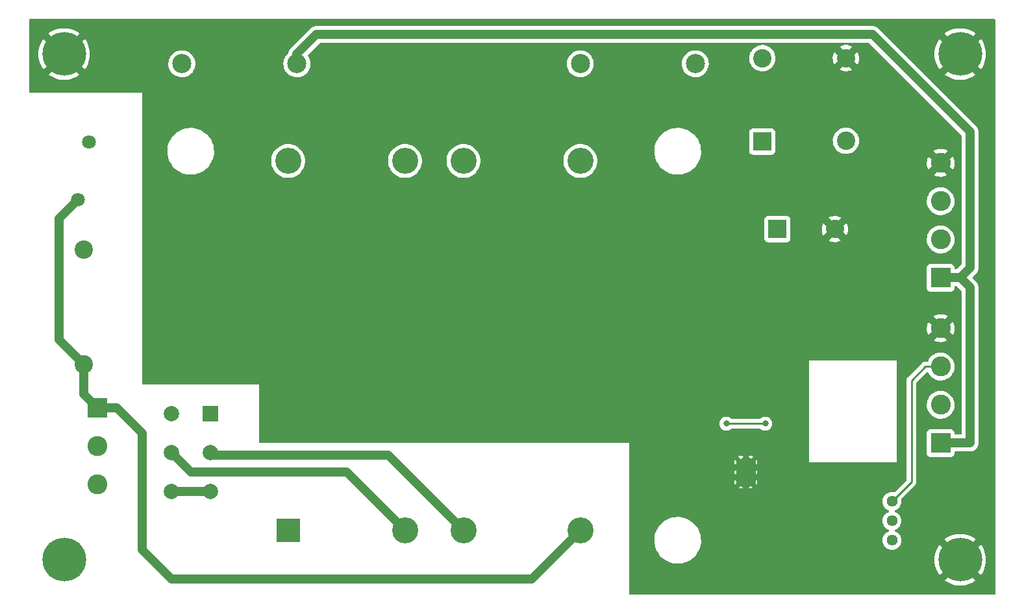
<source format=gbl>
G04 #@! TF.GenerationSoftware,KiCad,Pcbnew,(6.0.7)*
G04 #@! TF.CreationDate,2022-09-18T10:38:10-04:00*
G04 #@! TF.ProjectId,C64PowerSupply,43363450-6f77-4657-9253-7570706c792e,B*
G04 #@! TF.SameCoordinates,Original*
G04 #@! TF.FileFunction,Copper,L2,Bot*
G04 #@! TF.FilePolarity,Positive*
%FSLAX46Y46*%
G04 Gerber Fmt 4.6, Leading zero omitted, Abs format (unit mm)*
G04 Created by KiCad (PCBNEW (6.0.7)) date 2022-09-18 10:38:10*
%MOMM*%
%LPD*%
G01*
G04 APERTURE LIST*
G04 #@! TA.AperFunction,ComponentPad*
%ADD10R,3.048000X3.048000*%
G04 #@! TD*
G04 #@! TA.AperFunction,ComponentPad*
%ADD11C,3.400000*%
G04 #@! TD*
G04 #@! TA.AperFunction,ComponentPad*
%ADD12R,2.600000X2.600000*%
G04 #@! TD*
G04 #@! TA.AperFunction,ComponentPad*
%ADD13C,2.600000*%
G04 #@! TD*
G04 #@! TA.AperFunction,ComponentPad*
%ADD14C,2.500000*%
G04 #@! TD*
G04 #@! TA.AperFunction,ComponentPad*
%ADD15R,2.400000X2.400000*%
G04 #@! TD*
G04 #@! TA.AperFunction,ComponentPad*
%ADD16C,2.400000*%
G04 #@! TD*
G04 #@! TA.AperFunction,ComponentPad*
%ADD17C,5.700000*%
G04 #@! TD*
G04 #@! TA.AperFunction,ComponentPad*
%ADD18C,1.440000*%
G04 #@! TD*
G04 #@! TA.AperFunction,SMDPad,CuDef*
%ADD19R,2.600000X3.300000*%
G04 #@! TD*
G04 #@! TA.AperFunction,ComponentPad*
%ADD20C,0.630000*%
G04 #@! TD*
G04 #@! TA.AperFunction,ComponentPad*
%ADD21C,1.800000*%
G04 #@! TD*
G04 #@! TA.AperFunction,ComponentPad*
%ADD22R,2.000000X2.000000*%
G04 #@! TD*
G04 #@! TA.AperFunction,ComponentPad*
%ADD23C,2.000000*%
G04 #@! TD*
G04 #@! TA.AperFunction,ViaPad*
%ADD24C,0.800000*%
G04 #@! TD*
G04 #@! TA.AperFunction,Conductor*
%ADD25C,0.250000*%
G04 #@! TD*
G04 #@! TA.AperFunction,Conductor*
%ADD26C,1.200000*%
G04 #@! TD*
G04 APERTURE END LIST*
D10*
X102870000Y-118110000D03*
D11*
X118110000Y-118110000D03*
X125730000Y-118110000D03*
X140970000Y-118110000D03*
X102870000Y-69850000D03*
X118110000Y-69850000D03*
X125730000Y-69850000D03*
X140970000Y-69850000D03*
D12*
X77970000Y-102108000D03*
D13*
X77970000Y-107108000D03*
X77970000Y-112108000D03*
D14*
X104020000Y-57150000D03*
X89020000Y-57150000D03*
D12*
X187960000Y-106680000D03*
D13*
X187960000Y-101680000D03*
X187960000Y-96680000D03*
X187960000Y-91680000D03*
D15*
X166667246Y-78740000D03*
D16*
X174167246Y-78740000D03*
D15*
X164705000Y-67310000D03*
D16*
X175605000Y-67210000D03*
X175605000Y-56410000D03*
X164705000Y-56410000D03*
D17*
X73660000Y-55880000D03*
X190500000Y-55880000D03*
X190500000Y-121920000D03*
X73660000Y-121920000D03*
D16*
X76200000Y-96400000D03*
X76200000Y-81400000D03*
D18*
X181610000Y-114290000D03*
X181610000Y-116830000D03*
X181610000Y-119370000D03*
D12*
X187960000Y-85090000D03*
D13*
X187960000Y-80090000D03*
X187960000Y-75090000D03*
X187960000Y-70090000D03*
D19*
X162560000Y-110490000D03*
D20*
X161910000Y-111790000D03*
X161910000Y-109190000D03*
X161910000Y-110490000D03*
X163210000Y-109190000D03*
X163210000Y-110490000D03*
X163210000Y-111790000D03*
D14*
X140970000Y-57150000D03*
X155970000Y-57150000D03*
D21*
X75500000Y-74870000D03*
X76900000Y-67370000D03*
D22*
X92710000Y-102870000D03*
D23*
X92710000Y-107950000D03*
X92710000Y-113030000D03*
X87630000Y-102870000D03*
X87630000Y-107950000D03*
X87630000Y-113030000D03*
D24*
X163830000Y-95250000D03*
X163830000Y-115570000D03*
X150495000Y-104140000D03*
X149225000Y-107950000D03*
X161290000Y-115570000D03*
X149225000Y-105410000D03*
X149225000Y-106680000D03*
X150495000Y-110490000D03*
X165100000Y-93980000D03*
X161290000Y-114300000D03*
X150495000Y-106680000D03*
X151765000Y-104140000D03*
X162560000Y-116840000D03*
X166370000Y-90170000D03*
X167640000Y-92710000D03*
X150495000Y-109220000D03*
X166370000Y-91440000D03*
X163830000Y-114300000D03*
X160020000Y-114300000D03*
X150495000Y-107950000D03*
X161290000Y-118110000D03*
X160020000Y-115570000D03*
X158750000Y-115570000D03*
X165100000Y-92710000D03*
X163830000Y-92710000D03*
X165100000Y-91440000D03*
X167640000Y-95250000D03*
X163830000Y-93980000D03*
X167640000Y-93980000D03*
X161290000Y-116840000D03*
X163830000Y-91440000D03*
X165100000Y-90170000D03*
X149225000Y-109220000D03*
X151765000Y-107950000D03*
X165100000Y-88900000D03*
X163830000Y-118110000D03*
X151765000Y-109220000D03*
X151765000Y-110490000D03*
X160020000Y-118110000D03*
X166370000Y-93980000D03*
X162560000Y-118110000D03*
X166370000Y-95250000D03*
X162560000Y-115570000D03*
X150495000Y-105410000D03*
X162560000Y-114300000D03*
X165100000Y-95250000D03*
X163830000Y-116840000D03*
X160020000Y-116840000D03*
X151765000Y-106680000D03*
X149225000Y-110490000D03*
X167640000Y-91440000D03*
X158750000Y-118110000D03*
X163830000Y-90170000D03*
X149225000Y-104140000D03*
X166362070Y-88896858D03*
X158750000Y-114300000D03*
X167640000Y-90170000D03*
X167640000Y-88900000D03*
X158750000Y-116840000D03*
X151765000Y-105410000D03*
X163830000Y-88900000D03*
X166370000Y-92710000D03*
X165100000Y-104140000D03*
X160020000Y-104140000D03*
D25*
X185975000Y-96680000D02*
X187960000Y-96680000D01*
X184150000Y-111750000D02*
X184150000Y-98505000D01*
X181610000Y-114290000D02*
X184150000Y-111750000D01*
X184150000Y-98505000D02*
X185975000Y-96680000D01*
D26*
X73025000Y-77345000D02*
X73025000Y-93225000D01*
X75500000Y-74870000D02*
X73025000Y-77345000D01*
X76200000Y-100338000D02*
X77970000Y-102108000D01*
X76200000Y-96400000D02*
X76200000Y-100338000D01*
X140970000Y-118110000D02*
X134620000Y-124460000D01*
X83820000Y-120650000D02*
X83820000Y-105410000D01*
X73025000Y-93225000D02*
X76200000Y-96400000D01*
X83820000Y-105410000D02*
X80518000Y-102108000D01*
X80518000Y-102108000D02*
X77970000Y-102108000D01*
X134620000Y-124460000D02*
X87630000Y-124460000D01*
X87630000Y-124460000D02*
X83820000Y-120650000D01*
X87630000Y-113030000D02*
X92710000Y-113030000D01*
X93050000Y-108290000D02*
X115910000Y-108290000D01*
X115910000Y-108290000D02*
X125730000Y-118110000D01*
X92710000Y-107950000D02*
X93050000Y-108290000D01*
X90170000Y-110490000D02*
X110490000Y-110490000D01*
X110490000Y-110490000D02*
X118110000Y-118110000D01*
X87630000Y-107950000D02*
X90170000Y-110490000D01*
D25*
X165100000Y-104140000D02*
X160020000Y-104140000D01*
D26*
X187960000Y-106680000D02*
X191770000Y-106680000D01*
X191770000Y-66040000D02*
X179070000Y-53340000D01*
X191770000Y-86360000D02*
X190500000Y-85090000D01*
X106560000Y-53340000D02*
X104020000Y-55880000D01*
X190500000Y-85090000D02*
X191770000Y-83820000D01*
X179070000Y-53340000D02*
X106560000Y-53340000D01*
X104020000Y-55880000D02*
X104020000Y-57150000D01*
X191770000Y-106680000D02*
X191770000Y-86360000D01*
X190500000Y-85090000D02*
X187960000Y-85090000D01*
X191770000Y-83820000D02*
X191770000Y-66040000D01*
G04 #@! TA.AperFunction,Conductor*
G36*
X195013621Y-51328502D02*
G01*
X195060114Y-51382158D01*
X195071500Y-51434500D01*
X195071500Y-126365500D01*
X195051498Y-126433621D01*
X194997842Y-126480114D01*
X194945500Y-126491500D01*
X147446000Y-126491500D01*
X147377879Y-126471498D01*
X147331386Y-126417842D01*
X147320000Y-126365500D01*
X147320000Y-124621758D01*
X188511069Y-124621758D01*
X188519207Y-124632765D01*
X188597342Y-124692720D01*
X188602972Y-124696575D01*
X188907929Y-124881992D01*
X188913931Y-124885210D01*
X189237139Y-125036611D01*
X189243444Y-125039159D01*
X189581117Y-125154771D01*
X189587668Y-125156624D01*
X189935838Y-125235087D01*
X189942557Y-125236224D01*
X190297174Y-125276628D01*
X190303964Y-125277031D01*
X190660865Y-125278899D01*
X190667666Y-125278567D01*
X191022686Y-125241880D01*
X191029414Y-125240814D01*
X191378402Y-125165997D01*
X191384950Y-125164218D01*
X191723820Y-125052147D01*
X191730162Y-125049661D01*
X192054921Y-124901660D01*
X192060975Y-124898495D01*
X192367851Y-124716285D01*
X192373503Y-124712503D01*
X192480041Y-124632512D01*
X192488494Y-124621187D01*
X192481749Y-124608856D01*
X190512812Y-122639919D01*
X190498868Y-122632305D01*
X190497035Y-122632436D01*
X190490420Y-122636687D01*
X188517950Y-124609157D01*
X188511069Y-124621758D01*
X147320000Y-124621758D01*
X147320000Y-119433291D01*
X150616985Y-119433291D01*
X150617250Y-119436851D01*
X150635036Y-119676189D01*
X150642643Y-119778559D01*
X150707221Y-120118704D01*
X150708285Y-120122129D01*
X150708285Y-120122131D01*
X150727849Y-120185137D01*
X150809890Y-120449351D01*
X150811333Y-120452629D01*
X150811335Y-120452636D01*
X150907178Y-120670456D01*
X150949329Y-120766251D01*
X151123746Y-121065329D01*
X151330899Y-121342739D01*
X151333343Y-121345337D01*
X151333348Y-121345343D01*
X151449511Y-121468828D01*
X151568123Y-121594916D01*
X151832370Y-121818618D01*
X152120242Y-122010967D01*
X152123424Y-122012606D01*
X152123426Y-122012607D01*
X152424855Y-122167854D01*
X152424860Y-122167856D01*
X152428038Y-122169493D01*
X152431379Y-122170759D01*
X152431384Y-122170761D01*
X152561465Y-122220044D01*
X152751801Y-122292156D01*
X152755260Y-122293034D01*
X152755268Y-122293037D01*
X153083902Y-122376499D01*
X153083910Y-122376501D01*
X153087369Y-122377379D01*
X153255927Y-122400319D01*
X153427434Y-122423660D01*
X153427441Y-122423661D01*
X153430427Y-122424067D01*
X153543253Y-122428500D01*
X153757702Y-122428500D01*
X153896676Y-122420609D01*
X154012096Y-122414055D01*
X154012103Y-122414054D01*
X154015664Y-122413852D01*
X154151634Y-122390488D01*
X154353366Y-122355825D01*
X154353374Y-122355823D01*
X154356884Y-122355220D01*
X154360309Y-122354222D01*
X154360312Y-122354221D01*
X154685832Y-122259340D01*
X154685833Y-122259340D01*
X154689273Y-122258337D01*
X155008558Y-122124450D01*
X155310634Y-121955279D01*
X155371229Y-121911657D01*
X187137260Y-121911657D01*
X187155318Y-122268127D01*
X187156028Y-122274883D01*
X187212478Y-122627305D01*
X187213917Y-122633960D01*
X187308094Y-122978215D01*
X187310243Y-122984676D01*
X187441053Y-123316756D01*
X187443884Y-123322939D01*
X187609789Y-123638943D01*
X187613283Y-123644804D01*
X187785968Y-123901785D01*
X187795952Y-123910084D01*
X187810044Y-123902849D01*
X189780081Y-121932812D01*
X189786459Y-121921132D01*
X191212305Y-121921132D01*
X191212436Y-121922965D01*
X191216687Y-121929580D01*
X193190124Y-123903017D01*
X193201729Y-123909354D01*
X193213935Y-123899825D01*
X193368503Y-123674929D01*
X193372050Y-123669118D01*
X193541250Y-123354879D01*
X193544157Y-123348701D01*
X193678435Y-123018016D01*
X193680649Y-123011586D01*
X193778427Y-122668331D01*
X193779934Y-122661701D01*
X193840073Y-122309873D01*
X193840853Y-122303133D01*
X193862740Y-121945275D01*
X193862856Y-121941673D01*
X193862926Y-121921820D01*
X193862834Y-121918193D01*
X193843446Y-121560208D01*
X193842711Y-121553442D01*
X193785034Y-121201233D01*
X193783567Y-121194561D01*
X193688194Y-120850655D01*
X193686020Y-120844192D01*
X193554053Y-120512575D01*
X193551197Y-120506395D01*
X193384194Y-120190981D01*
X193380682Y-120185137D01*
X193213724Y-119938539D01*
X193203651Y-119930225D01*
X193189677Y-119937430D01*
X191219919Y-121907188D01*
X191212305Y-121921132D01*
X189786459Y-121921132D01*
X189787695Y-121918868D01*
X189787564Y-121917035D01*
X189783313Y-121910420D01*
X187809575Y-119936682D01*
X187798039Y-119930382D01*
X187785756Y-119940006D01*
X187625394Y-120175086D01*
X187621859Y-120180923D01*
X187453754Y-120495757D01*
X187450878Y-120501926D01*
X187317754Y-120833081D01*
X187315561Y-120839521D01*
X187218979Y-121183121D01*
X187217496Y-121189756D01*
X187158589Y-121541773D01*
X187157830Y-121548545D01*
X187137284Y-121904862D01*
X187137260Y-121911657D01*
X155371229Y-121911657D01*
X155591617Y-121753000D01*
X155669754Y-121682025D01*
X155845249Y-121522617D01*
X155845255Y-121522611D01*
X155847896Y-121520212D01*
X156076175Y-121259910D01*
X156273520Y-120975439D01*
X156437393Y-120670456D01*
X156565687Y-120348883D01*
X156656754Y-120014854D01*
X156709422Y-119672663D01*
X156714361Y-119546965D01*
X156721314Y-119370000D01*
X180376807Y-119370000D01*
X180395542Y-119584142D01*
X180396966Y-119589455D01*
X180396966Y-119589457D01*
X180418306Y-119669096D01*
X180451178Y-119791777D01*
X180453500Y-119796757D01*
X180453501Y-119796759D01*
X180520299Y-119940006D01*
X180542024Y-119986596D01*
X180665319Y-120162681D01*
X180817319Y-120314681D01*
X180993403Y-120437976D01*
X180998381Y-120440297D01*
X180998384Y-120440299D01*
X181130544Y-120501926D01*
X181188223Y-120528822D01*
X181193531Y-120530244D01*
X181193533Y-120530245D01*
X181390543Y-120583034D01*
X181390545Y-120583034D01*
X181395858Y-120584458D01*
X181610000Y-120603193D01*
X181824142Y-120584458D01*
X181829455Y-120583034D01*
X181829457Y-120583034D01*
X182026467Y-120530245D01*
X182026469Y-120530244D01*
X182031777Y-120528822D01*
X182089456Y-120501926D01*
X182221616Y-120440299D01*
X182221619Y-120440297D01*
X182226597Y-120437976D01*
X182402681Y-120314681D01*
X182554681Y-120162681D01*
X182677976Y-119986596D01*
X182699702Y-119940006D01*
X182766499Y-119796759D01*
X182766500Y-119796757D01*
X182768822Y-119791777D01*
X182801695Y-119669096D01*
X182823034Y-119589457D01*
X182823034Y-119589455D01*
X182824458Y-119584142D01*
X182843193Y-119370000D01*
X182829962Y-119218771D01*
X188511382Y-119218771D01*
X188518089Y-119230982D01*
X190487188Y-121200081D01*
X190501132Y-121207695D01*
X190502965Y-121207564D01*
X190509580Y-121203313D01*
X192481910Y-119230983D01*
X192488755Y-119218448D01*
X192480524Y-119207355D01*
X192392958Y-119140649D01*
X192387332Y-119136825D01*
X192081722Y-118952469D01*
X192075710Y-118949272D01*
X191751966Y-118798995D01*
X191745666Y-118796475D01*
X191407595Y-118682045D01*
X191401017Y-118680209D01*
X191052592Y-118602965D01*
X191045857Y-118601850D01*
X190691106Y-118562685D01*
X190684324Y-118562306D01*
X190327395Y-118561683D01*
X190320622Y-118562038D01*
X189965714Y-118599966D01*
X189959005Y-118601053D01*
X189610289Y-118677086D01*
X189603714Y-118678897D01*
X189265250Y-118792145D01*
X189258928Y-118794648D01*
X188934680Y-118943785D01*
X188928637Y-118946971D01*
X188622404Y-119130248D01*
X188616744Y-119134066D01*
X188519841Y-119207354D01*
X188511382Y-119218771D01*
X182829962Y-119218771D01*
X182824458Y-119155858D01*
X182768822Y-118948223D01*
X182699236Y-118798995D01*
X182680299Y-118758385D01*
X182680297Y-118758382D01*
X182677976Y-118753404D01*
X182554681Y-118577319D01*
X182402681Y-118425319D01*
X182226597Y-118302024D01*
X182221619Y-118299703D01*
X182221616Y-118299701D01*
X182038247Y-118214195D01*
X181984962Y-118167278D01*
X181965501Y-118099000D01*
X181986043Y-118031041D01*
X182038247Y-117985805D01*
X182221616Y-117900299D01*
X182221619Y-117900297D01*
X182226597Y-117897976D01*
X182402681Y-117774681D01*
X182554681Y-117622681D01*
X182677976Y-117446596D01*
X182690320Y-117420126D01*
X182766499Y-117256759D01*
X182766500Y-117256757D01*
X182768822Y-117251777D01*
X182772035Y-117239788D01*
X182823034Y-117049457D01*
X182823034Y-117049455D01*
X182824458Y-117044142D01*
X182843193Y-116830000D01*
X182824458Y-116615858D01*
X182823034Y-116610543D01*
X182770245Y-116413533D01*
X182770244Y-116413531D01*
X182768822Y-116408223D01*
X182735302Y-116336340D01*
X182680299Y-116218385D01*
X182680297Y-116218382D01*
X182677976Y-116213404D01*
X182554681Y-116037319D01*
X182402681Y-115885319D01*
X182226597Y-115762024D01*
X182221619Y-115759703D01*
X182221616Y-115759701D01*
X182038247Y-115674195D01*
X181984962Y-115627278D01*
X181965501Y-115559000D01*
X181986043Y-115491041D01*
X182038247Y-115445805D01*
X182221616Y-115360299D01*
X182221619Y-115360297D01*
X182226597Y-115357976D01*
X182402681Y-115234681D01*
X182554681Y-115082681D01*
X182677976Y-114906596D01*
X182768822Y-114711777D01*
X182824458Y-114504142D01*
X182843193Y-114290000D01*
X182824458Y-114075858D01*
X182821221Y-114063776D01*
X182822911Y-113992800D01*
X182853833Y-113942071D01*
X184542247Y-112253657D01*
X184550537Y-112246113D01*
X184557018Y-112242000D01*
X184603659Y-112192332D01*
X184606413Y-112189491D01*
X184626134Y-112169770D01*
X184628612Y-112166575D01*
X184636318Y-112157553D01*
X184661158Y-112131101D01*
X184666586Y-112125321D01*
X184676346Y-112107568D01*
X184687199Y-112091045D01*
X184694753Y-112081306D01*
X184699613Y-112075041D01*
X184717176Y-112034457D01*
X184722383Y-112023827D01*
X184743695Y-111985060D01*
X184745666Y-111977383D01*
X184745668Y-111977378D01*
X184748732Y-111965442D01*
X184755138Y-111946730D01*
X184760034Y-111935417D01*
X184763181Y-111928145D01*
X184770097Y-111884481D01*
X184772504Y-111872860D01*
X184781528Y-111837711D01*
X184781528Y-111837710D01*
X184783500Y-111830030D01*
X184783500Y-111809769D01*
X184785051Y-111790058D01*
X184785240Y-111788868D01*
X184788219Y-111770057D01*
X184784059Y-111726046D01*
X184783500Y-111714189D01*
X184783500Y-101632526D01*
X186147050Y-101632526D01*
X186159947Y-101901019D01*
X186212388Y-102164656D01*
X186303220Y-102417646D01*
X186430450Y-102654431D01*
X186433241Y-102658168D01*
X186433245Y-102658175D01*
X186514887Y-102767506D01*
X186591281Y-102869810D01*
X186594590Y-102873090D01*
X186594595Y-102873096D01*
X186778863Y-103055762D01*
X186782180Y-103059050D01*
X186785942Y-103061808D01*
X186785945Y-103061811D01*
X186898299Y-103144192D01*
X186998954Y-103217995D01*
X187003089Y-103220171D01*
X187003093Y-103220173D01*
X187232698Y-103340975D01*
X187236840Y-103343154D01*
X187490613Y-103431775D01*
X187495206Y-103432647D01*
X187750109Y-103481042D01*
X187750112Y-103481042D01*
X187754698Y-103481913D01*
X187882370Y-103486929D01*
X188018625Y-103492283D01*
X188018630Y-103492283D01*
X188023293Y-103492466D01*
X188127607Y-103481042D01*
X188285844Y-103463713D01*
X188285850Y-103463712D01*
X188290497Y-103463203D01*
X188313104Y-103457251D01*
X188545918Y-103395956D01*
X188545920Y-103395955D01*
X188550441Y-103394765D01*
X188554738Y-103392919D01*
X188793120Y-103290502D01*
X188793122Y-103290501D01*
X188797414Y-103288657D01*
X188916071Y-103215230D01*
X189022017Y-103149669D01*
X189022021Y-103149666D01*
X189025990Y-103147210D01*
X189231149Y-102973530D01*
X189408382Y-102771434D01*
X189553797Y-102545361D01*
X189664199Y-102300278D01*
X189701209Y-102169051D01*
X189735893Y-102046072D01*
X189735894Y-102046069D01*
X189737163Y-102041568D01*
X189755043Y-101901019D01*
X189770688Y-101778045D01*
X189770688Y-101778041D01*
X189771086Y-101774915D01*
X189773571Y-101680000D01*
X189753650Y-101411937D01*
X189694327Y-101149763D01*
X189596902Y-100899238D01*
X189463518Y-100665864D01*
X189297105Y-100454769D01*
X189101317Y-100270591D01*
X188880457Y-100117374D01*
X188876264Y-100115306D01*
X188643564Y-100000551D01*
X188643561Y-100000550D01*
X188639376Y-99998486D01*
X188591745Y-99983239D01*
X188537621Y-99965914D01*
X188383370Y-99916538D01*
X188378763Y-99915788D01*
X188378760Y-99915787D01*
X188122674Y-99874081D01*
X188122675Y-99874081D01*
X188118063Y-99873330D01*
X187987719Y-99871624D01*
X187853961Y-99869873D01*
X187853958Y-99869873D01*
X187849284Y-99869812D01*
X187582937Y-99906060D01*
X187324874Y-99981278D01*
X187080763Y-100093815D01*
X187076854Y-100096378D01*
X186859881Y-100238631D01*
X186859876Y-100238635D01*
X186855968Y-100241197D01*
X186655426Y-100420188D01*
X186483544Y-100626854D01*
X186344096Y-100856656D01*
X186240148Y-101104545D01*
X186173981Y-101365077D01*
X186147050Y-101632526D01*
X184783500Y-101632526D01*
X184783500Y-98819594D01*
X184803502Y-98751473D01*
X184820405Y-98730499D01*
X186123958Y-97426947D01*
X186186270Y-97392921D01*
X186257086Y-97397986D01*
X186313921Y-97440533D01*
X186324045Y-97456403D01*
X186430450Y-97654431D01*
X186433241Y-97658168D01*
X186433245Y-97658175D01*
X186514887Y-97767506D01*
X186591281Y-97869810D01*
X186594590Y-97873090D01*
X186594595Y-97873096D01*
X186723972Y-98001348D01*
X186782180Y-98059050D01*
X186785942Y-98061808D01*
X186785945Y-98061811D01*
X186870624Y-98123900D01*
X186998954Y-98217995D01*
X187003089Y-98220171D01*
X187003093Y-98220173D01*
X187232698Y-98340975D01*
X187236840Y-98343154D01*
X187490613Y-98431775D01*
X187495206Y-98432647D01*
X187750109Y-98481042D01*
X187750112Y-98481042D01*
X187754698Y-98481913D01*
X187882370Y-98486929D01*
X188018625Y-98492283D01*
X188018630Y-98492283D01*
X188023293Y-98492466D01*
X188127607Y-98481042D01*
X188285844Y-98463713D01*
X188285850Y-98463712D01*
X188290497Y-98463203D01*
X188405599Y-98432899D01*
X188545918Y-98395956D01*
X188545920Y-98395955D01*
X188550441Y-98394765D01*
X188579817Y-98382144D01*
X188793120Y-98290502D01*
X188793122Y-98290501D01*
X188797414Y-98288657D01*
X188961315Y-98187232D01*
X189022017Y-98149669D01*
X189022021Y-98149666D01*
X189025990Y-98147210D01*
X189231149Y-97973530D01*
X189408382Y-97771434D01*
X189553797Y-97545361D01*
X189664199Y-97300278D01*
X189737163Y-97041568D01*
X189771086Y-96774915D01*
X189773571Y-96680000D01*
X189753650Y-96411937D01*
X189717726Y-96253173D01*
X189695361Y-96154331D01*
X189695360Y-96154326D01*
X189694327Y-96149763D01*
X189596902Y-95899238D01*
X189463518Y-95665864D01*
X189297105Y-95454769D01*
X189101317Y-95270591D01*
X188880457Y-95117374D01*
X188876264Y-95115306D01*
X188643564Y-95000551D01*
X188643561Y-95000550D01*
X188639376Y-94998486D01*
X188591745Y-94983239D01*
X188537621Y-94965914D01*
X188383370Y-94916538D01*
X188378763Y-94915788D01*
X188378760Y-94915787D01*
X188122674Y-94874081D01*
X188122675Y-94874081D01*
X188118063Y-94873330D01*
X187987719Y-94871624D01*
X187853961Y-94869873D01*
X187853958Y-94869873D01*
X187849284Y-94869812D01*
X187582937Y-94906060D01*
X187324874Y-94981278D01*
X187080763Y-95093815D01*
X187076854Y-95096378D01*
X186859881Y-95238631D01*
X186859876Y-95238635D01*
X186855968Y-95241197D01*
X186655426Y-95420188D01*
X186483544Y-95626854D01*
X186344096Y-95856656D01*
X186342287Y-95860970D01*
X186342285Y-95860974D01*
X186296892Y-95969225D01*
X186252103Y-96024312D01*
X186180695Y-96046500D01*
X186053768Y-96046500D01*
X186042585Y-96045973D01*
X186035092Y-96044298D01*
X186027166Y-96044547D01*
X186027165Y-96044547D01*
X185967002Y-96046438D01*
X185963044Y-96046500D01*
X185935144Y-96046500D01*
X185931154Y-96047004D01*
X185919320Y-96047936D01*
X185875111Y-96049326D01*
X185867497Y-96051538D01*
X185867492Y-96051539D01*
X185855659Y-96054977D01*
X185836296Y-96058988D01*
X185816203Y-96061526D01*
X185808836Y-96064443D01*
X185808831Y-96064444D01*
X185775092Y-96077802D01*
X185763865Y-96081646D01*
X185721407Y-96093982D01*
X185714581Y-96098019D01*
X185703972Y-96104293D01*
X185686224Y-96112988D01*
X185667383Y-96120448D01*
X185660967Y-96125110D01*
X185660966Y-96125110D01*
X185631613Y-96146436D01*
X185621693Y-96152952D01*
X185590465Y-96171420D01*
X185590462Y-96171422D01*
X185583638Y-96175458D01*
X185569317Y-96189779D01*
X185554284Y-96202619D01*
X185537893Y-96214528D01*
X185532842Y-96220634D01*
X185509702Y-96248605D01*
X185501712Y-96257384D01*
X183757747Y-98001348D01*
X183749461Y-98008888D01*
X183742982Y-98013000D01*
X183737557Y-98018777D01*
X183696357Y-98062651D01*
X183693602Y-98065493D01*
X183673865Y-98085230D01*
X183671385Y-98088427D01*
X183663682Y-98097447D01*
X183633414Y-98129679D01*
X183629595Y-98136625D01*
X183629593Y-98136628D01*
X183623652Y-98147434D01*
X183612801Y-98163953D01*
X183600386Y-98179959D01*
X183597241Y-98187228D01*
X183597238Y-98187232D01*
X183582826Y-98220537D01*
X183577609Y-98231187D01*
X183556305Y-98269940D01*
X183554334Y-98277615D01*
X183554334Y-98277616D01*
X183551267Y-98289562D01*
X183544863Y-98308266D01*
X183536819Y-98326855D01*
X183535580Y-98334678D01*
X183535577Y-98334688D01*
X183529901Y-98370524D01*
X183527495Y-98382144D01*
X183516500Y-98424970D01*
X183516500Y-98445224D01*
X183514949Y-98464934D01*
X183511780Y-98484943D01*
X183512526Y-98492835D01*
X183515941Y-98528961D01*
X183516500Y-98540819D01*
X183516500Y-111435405D01*
X183496498Y-111503526D01*
X183479595Y-111524500D01*
X181957928Y-113046167D01*
X181895616Y-113080193D01*
X181836227Y-113078780D01*
X181833182Y-113077964D01*
X181824142Y-113075542D01*
X181610000Y-113056807D01*
X181395858Y-113075542D01*
X181390545Y-113076966D01*
X181390543Y-113076966D01*
X181193533Y-113129755D01*
X181193531Y-113129756D01*
X181188223Y-113131178D01*
X181183243Y-113133500D01*
X181183241Y-113133501D01*
X180998385Y-113219701D01*
X180998382Y-113219703D01*
X180993404Y-113222024D01*
X180817319Y-113345319D01*
X180665319Y-113497319D01*
X180542024Y-113673404D01*
X180451178Y-113868223D01*
X180395542Y-114075858D01*
X180376807Y-114290000D01*
X180395542Y-114504142D01*
X180451178Y-114711777D01*
X180542024Y-114906596D01*
X180665319Y-115082681D01*
X180817319Y-115234681D01*
X180993403Y-115357976D01*
X180998381Y-115360297D01*
X180998384Y-115360299D01*
X181181753Y-115445805D01*
X181235038Y-115492722D01*
X181254499Y-115561000D01*
X181233957Y-115628959D01*
X181181753Y-115674195D01*
X180998385Y-115759701D01*
X180998382Y-115759703D01*
X180993404Y-115762024D01*
X180817319Y-115885319D01*
X180665319Y-116037319D01*
X180542024Y-116213404D01*
X180539703Y-116218382D01*
X180539701Y-116218385D01*
X180484698Y-116336340D01*
X180451178Y-116408223D01*
X180449756Y-116413531D01*
X180449755Y-116413533D01*
X180396966Y-116610543D01*
X180395542Y-116615858D01*
X180376807Y-116830000D01*
X180395542Y-117044142D01*
X180396966Y-117049455D01*
X180396966Y-117049457D01*
X180447966Y-117239788D01*
X180451178Y-117251777D01*
X180453500Y-117256757D01*
X180453501Y-117256759D01*
X180529681Y-117420126D01*
X180542024Y-117446596D01*
X180665319Y-117622681D01*
X180817319Y-117774681D01*
X180993403Y-117897976D01*
X180998381Y-117900297D01*
X180998384Y-117900299D01*
X181181753Y-117985805D01*
X181235038Y-118032722D01*
X181254499Y-118101000D01*
X181233957Y-118168959D01*
X181181753Y-118214195D01*
X180998385Y-118299701D01*
X180998382Y-118299703D01*
X180993404Y-118302024D01*
X180817319Y-118425319D01*
X180665319Y-118577319D01*
X180542024Y-118753404D01*
X180539703Y-118758382D01*
X180539701Y-118758385D01*
X180520764Y-118798995D01*
X180451178Y-118948223D01*
X180395542Y-119155858D01*
X180376807Y-119370000D01*
X156721314Y-119370000D01*
X156722875Y-119330279D01*
X156722875Y-119330274D01*
X156723015Y-119326709D01*
X156705492Y-119090904D01*
X156697622Y-118985003D01*
X156697621Y-118984998D01*
X156697357Y-118981441D01*
X156632779Y-118641296D01*
X156530110Y-118310649D01*
X156527704Y-118305179D01*
X156392115Y-117997030D01*
X156392113Y-117997025D01*
X156390671Y-117993749D01*
X156216254Y-117694671D01*
X156009101Y-117417261D01*
X156006657Y-117414663D01*
X156006652Y-117414657D01*
X155839889Y-117237383D01*
X155771877Y-117165084D01*
X155507630Y-116941382D01*
X155219758Y-116749033D01*
X155002820Y-116637302D01*
X154915145Y-116592146D01*
X154915140Y-116592144D01*
X154911962Y-116590507D01*
X154908621Y-116589241D01*
X154908616Y-116589239D01*
X154778535Y-116539956D01*
X154588199Y-116467844D01*
X154584740Y-116466966D01*
X154584732Y-116466963D01*
X154256098Y-116383501D01*
X154256090Y-116383499D01*
X154252631Y-116382621D01*
X154084073Y-116359681D01*
X153912566Y-116336340D01*
X153912559Y-116336339D01*
X153909573Y-116335933D01*
X153796747Y-116331500D01*
X153582298Y-116331500D01*
X153443324Y-116339391D01*
X153327904Y-116345945D01*
X153327897Y-116345946D01*
X153324336Y-116346148D01*
X153188366Y-116369512D01*
X152986634Y-116404175D01*
X152986626Y-116404177D01*
X152983116Y-116404780D01*
X152979691Y-116405778D01*
X152979688Y-116405779D01*
X152766754Y-116467844D01*
X152650727Y-116501663D01*
X152331442Y-116635550D01*
X152029366Y-116804721D01*
X151748383Y-117007000D01*
X151745729Y-117009411D01*
X151494751Y-117237383D01*
X151494745Y-117237389D01*
X151492104Y-117239788D01*
X151263825Y-117500090D01*
X151066480Y-117784561D01*
X150902607Y-118089544D01*
X150901280Y-118092869D01*
X150901280Y-118092870D01*
X150883751Y-118136807D01*
X150774313Y-118411117D01*
X150683246Y-118745146D01*
X150630578Y-119087337D01*
X150630438Y-119090904D01*
X150619257Y-119375475D01*
X150616985Y-119433291D01*
X147320000Y-119433291D01*
X147320000Y-112550407D01*
X161600690Y-112550407D01*
X161603473Y-112554125D01*
X161703038Y-112591152D01*
X161716621Y-112594539D01*
X161885673Y-112617094D01*
X161899671Y-112617388D01*
X162069513Y-112601931D01*
X162083238Y-112599114D01*
X162209715Y-112558019D01*
X162220847Y-112550407D01*
X162900690Y-112550407D01*
X162903473Y-112554125D01*
X163003038Y-112591152D01*
X163016621Y-112594539D01*
X163185673Y-112617094D01*
X163199671Y-112617388D01*
X163369513Y-112601931D01*
X163383238Y-112599114D01*
X163509715Y-112558019D01*
X163521356Y-112550059D01*
X163520778Y-112546719D01*
X163519610Y-112545087D01*
X163222812Y-112248289D01*
X163208868Y-112240675D01*
X163207035Y-112240806D01*
X163200420Y-112245057D01*
X162907450Y-112538027D01*
X162900690Y-112550407D01*
X162220847Y-112550407D01*
X162221356Y-112550059D01*
X162220778Y-112546719D01*
X162219610Y-112545087D01*
X161922812Y-112248289D01*
X161908868Y-112240675D01*
X161907035Y-112240806D01*
X161900420Y-112245057D01*
X161607450Y-112538027D01*
X161600690Y-112550407D01*
X147320000Y-112550407D01*
X147320000Y-111785449D01*
X161082561Y-111785449D01*
X161099203Y-111955183D01*
X161102115Y-111968882D01*
X161142207Y-112089406D01*
X161150249Y-112100992D01*
X161153814Y-112100350D01*
X161155102Y-112099421D01*
X161451711Y-111802812D01*
X161459325Y-111788868D01*
X161459194Y-111787035D01*
X161454943Y-111780420D01*
X161161792Y-111487269D01*
X161149412Y-111480509D01*
X161145791Y-111483220D01*
X161107424Y-111588630D01*
X161104131Y-111602245D01*
X161082757Y-111771442D01*
X161082561Y-111785449D01*
X147320000Y-111785449D01*
X147320000Y-111141132D01*
X161710675Y-111141132D01*
X161710806Y-111142965D01*
X161715057Y-111149580D01*
X162547188Y-111981711D01*
X162561132Y-111989325D01*
X162562965Y-111989194D01*
X162569580Y-111984943D01*
X162763391Y-111791132D01*
X163660675Y-111791132D01*
X163660806Y-111792965D01*
X163665057Y-111799580D01*
X163957878Y-112092401D01*
X163970258Y-112099161D01*
X163974074Y-112096304D01*
X164009686Y-112002554D01*
X164013168Y-111988992D01*
X164037334Y-111817048D01*
X164037940Y-111809164D01*
X164038153Y-111793962D01*
X164037766Y-111786062D01*
X164018411Y-111613510D01*
X164015311Y-111599863D01*
X163977437Y-111491105D01*
X163969236Y-111479633D01*
X163965229Y-111480414D01*
X163964612Y-111480865D01*
X163668289Y-111777188D01*
X163660675Y-111791132D01*
X162763391Y-111791132D01*
X163401711Y-111152812D01*
X163409325Y-111138868D01*
X163409194Y-111137035D01*
X163404943Y-111130420D01*
X162853618Y-110579095D01*
X162819592Y-110516783D01*
X162821427Y-110491132D01*
X163660675Y-110491132D01*
X163660806Y-110492965D01*
X163665057Y-110499580D01*
X163957878Y-110792401D01*
X163970258Y-110799161D01*
X163974074Y-110796304D01*
X164009686Y-110702554D01*
X164013168Y-110688992D01*
X164037334Y-110517048D01*
X164037940Y-110509164D01*
X164038153Y-110493962D01*
X164037766Y-110486062D01*
X164018411Y-110313510D01*
X164015311Y-110299863D01*
X163977437Y-110191105D01*
X163969236Y-110179633D01*
X163965229Y-110180414D01*
X163964612Y-110180865D01*
X163668289Y-110477188D01*
X163660675Y-110491132D01*
X162821427Y-110491132D01*
X162824657Y-110445968D01*
X162853618Y-110400905D01*
X163401711Y-109852812D01*
X163409325Y-109838868D01*
X163409194Y-109837035D01*
X163404943Y-109830420D01*
X162765655Y-109191132D01*
X163660675Y-109191132D01*
X163660806Y-109192965D01*
X163665057Y-109199580D01*
X163957878Y-109492401D01*
X163970258Y-109499161D01*
X163974074Y-109496304D01*
X164009686Y-109402554D01*
X164013168Y-109388992D01*
X164036919Y-109220000D01*
X170815000Y-109220000D01*
X182245000Y-109220000D01*
X182245000Y-95885000D01*
X170815000Y-95885000D01*
X170815000Y-109220000D01*
X164036919Y-109220000D01*
X164037334Y-109217048D01*
X164037940Y-109209164D01*
X164038153Y-109193962D01*
X164037766Y-109186062D01*
X164018411Y-109013510D01*
X164015311Y-108999863D01*
X163977437Y-108891105D01*
X163969236Y-108879633D01*
X163965229Y-108880414D01*
X163964612Y-108880865D01*
X163668289Y-109177188D01*
X163660675Y-109191132D01*
X162765655Y-109191132D01*
X162572812Y-108998289D01*
X162558868Y-108990675D01*
X162557035Y-108990806D01*
X162550420Y-108995057D01*
X161718289Y-109827188D01*
X161710675Y-109841132D01*
X161710806Y-109842965D01*
X161715057Y-109849580D01*
X162266382Y-110400905D01*
X162300408Y-110463217D01*
X162295343Y-110534032D01*
X162266382Y-110579095D01*
X161718289Y-111127188D01*
X161710675Y-111141132D01*
X147320000Y-111141132D01*
X147320000Y-110485449D01*
X161082561Y-110485449D01*
X161099203Y-110655183D01*
X161102115Y-110668882D01*
X161142207Y-110789406D01*
X161150249Y-110800992D01*
X161153814Y-110800350D01*
X161155102Y-110799421D01*
X161451711Y-110502812D01*
X161459325Y-110488868D01*
X161459194Y-110487035D01*
X161454943Y-110480420D01*
X161161792Y-110187269D01*
X161149412Y-110180509D01*
X161145791Y-110183220D01*
X161107424Y-110288630D01*
X161104131Y-110302245D01*
X161082757Y-110471442D01*
X161082561Y-110485449D01*
X147320000Y-110485449D01*
X147320000Y-109185449D01*
X161082561Y-109185449D01*
X161099203Y-109355183D01*
X161102115Y-109368882D01*
X161142207Y-109489406D01*
X161150249Y-109500992D01*
X161153814Y-109500350D01*
X161155102Y-109499421D01*
X161451711Y-109202812D01*
X161459325Y-109188868D01*
X161459194Y-109187035D01*
X161454943Y-109180420D01*
X161161792Y-108887269D01*
X161149412Y-108880509D01*
X161145791Y-108883220D01*
X161107424Y-108988630D01*
X161104131Y-109002245D01*
X161082757Y-109171442D01*
X161082561Y-109185449D01*
X147320000Y-109185449D01*
X147320000Y-108430523D01*
X161599338Y-108430523D01*
X161600049Y-108434312D01*
X161600738Y-108435261D01*
X161897188Y-108731711D01*
X161911132Y-108739325D01*
X161912965Y-108739194D01*
X161919580Y-108734943D01*
X162212944Y-108441579D01*
X162218981Y-108430523D01*
X162899338Y-108430523D01*
X162900049Y-108434312D01*
X162900738Y-108435261D01*
X163197188Y-108731711D01*
X163211132Y-108739325D01*
X163212965Y-108739194D01*
X163219580Y-108734943D01*
X163512944Y-108441579D01*
X163519704Y-108429199D01*
X163517119Y-108425745D01*
X163516819Y-108425585D01*
X163405756Y-108386036D01*
X163392131Y-108382840D01*
X163222775Y-108362646D01*
X163208778Y-108362548D01*
X163039160Y-108380376D01*
X163025485Y-108383382D01*
X162910866Y-108422402D01*
X162899338Y-108430523D01*
X162218981Y-108430523D01*
X162219704Y-108429199D01*
X162217119Y-108425745D01*
X162216819Y-108425585D01*
X162105756Y-108386036D01*
X162092131Y-108382840D01*
X161922775Y-108362646D01*
X161908778Y-108362548D01*
X161739160Y-108380376D01*
X161725485Y-108383382D01*
X161610866Y-108422402D01*
X161599338Y-108430523D01*
X147320000Y-108430523D01*
X147320000Y-106680000D01*
X99186000Y-106680000D01*
X99117879Y-106659998D01*
X99071386Y-106606342D01*
X99060000Y-106554000D01*
X99060000Y-104140000D01*
X159106496Y-104140000D01*
X159126458Y-104329928D01*
X159185473Y-104511556D01*
X159280960Y-104676944D01*
X159408747Y-104818866D01*
X159563248Y-104931118D01*
X159569276Y-104933802D01*
X159569278Y-104933803D01*
X159731681Y-105006109D01*
X159737712Y-105008794D01*
X159831113Y-105028647D01*
X159918056Y-105047128D01*
X159918061Y-105047128D01*
X159924513Y-105048500D01*
X160115487Y-105048500D01*
X160121939Y-105047128D01*
X160121944Y-105047128D01*
X160208888Y-105028647D01*
X160302288Y-105008794D01*
X160308319Y-105006109D01*
X160470722Y-104933803D01*
X160470724Y-104933802D01*
X160476752Y-104931118D01*
X160549512Y-104878255D01*
X160609671Y-104834546D01*
X160631253Y-104818866D01*
X160635668Y-104813963D01*
X160640580Y-104809540D01*
X160641705Y-104810789D01*
X160695014Y-104777949D01*
X160728200Y-104773500D01*
X164391800Y-104773500D01*
X164459921Y-104793502D01*
X164479147Y-104809843D01*
X164479420Y-104809540D01*
X164484332Y-104813963D01*
X164488747Y-104818866D01*
X164510329Y-104834546D01*
X164570489Y-104878255D01*
X164643248Y-104931118D01*
X164649276Y-104933802D01*
X164649278Y-104933803D01*
X164811681Y-105006109D01*
X164817712Y-105008794D01*
X164911113Y-105028647D01*
X164998056Y-105047128D01*
X164998061Y-105047128D01*
X165004513Y-105048500D01*
X165195487Y-105048500D01*
X165201939Y-105047128D01*
X165201944Y-105047128D01*
X165288888Y-105028647D01*
X165382288Y-105008794D01*
X165388319Y-105006109D01*
X165550722Y-104933803D01*
X165550724Y-104933802D01*
X165556752Y-104931118D01*
X165711253Y-104818866D01*
X165839040Y-104676944D01*
X165934527Y-104511556D01*
X165993542Y-104329928D01*
X166013504Y-104140000D01*
X165993542Y-103950072D01*
X165934527Y-103768444D01*
X165839040Y-103603056D01*
X165739465Y-103492466D01*
X165715675Y-103466045D01*
X165715674Y-103466044D01*
X165711253Y-103461134D01*
X165556752Y-103348882D01*
X165550724Y-103346198D01*
X165550722Y-103346197D01*
X165388319Y-103273891D01*
X165388318Y-103273891D01*
X165382288Y-103271206D01*
X165288887Y-103251353D01*
X165201944Y-103232872D01*
X165201939Y-103232872D01*
X165195487Y-103231500D01*
X165004513Y-103231500D01*
X164998061Y-103232872D01*
X164998056Y-103232872D01*
X164911113Y-103251353D01*
X164817712Y-103271206D01*
X164811682Y-103273891D01*
X164811681Y-103273891D01*
X164649278Y-103346197D01*
X164649276Y-103346198D01*
X164643248Y-103348882D01*
X164637907Y-103352762D01*
X164637906Y-103352763D01*
X164580096Y-103394765D01*
X164488747Y-103461134D01*
X164484332Y-103466037D01*
X164479420Y-103470460D01*
X164478295Y-103469211D01*
X164424986Y-103502051D01*
X164391800Y-103506500D01*
X160728200Y-103506500D01*
X160660079Y-103486498D01*
X160640853Y-103470157D01*
X160640580Y-103470460D01*
X160635668Y-103466037D01*
X160631253Y-103461134D01*
X160539904Y-103394765D01*
X160482094Y-103352763D01*
X160482093Y-103352762D01*
X160476752Y-103348882D01*
X160470724Y-103346198D01*
X160470722Y-103346197D01*
X160308319Y-103273891D01*
X160308318Y-103273891D01*
X160302288Y-103271206D01*
X160208887Y-103251353D01*
X160121944Y-103232872D01*
X160121939Y-103232872D01*
X160115487Y-103231500D01*
X159924513Y-103231500D01*
X159918061Y-103232872D01*
X159918056Y-103232872D01*
X159831113Y-103251353D01*
X159737712Y-103271206D01*
X159731682Y-103273891D01*
X159731681Y-103273891D01*
X159569278Y-103346197D01*
X159569276Y-103346198D01*
X159563248Y-103348882D01*
X159408747Y-103461134D01*
X159404326Y-103466044D01*
X159404325Y-103466045D01*
X159380536Y-103492466D01*
X159280960Y-103603056D01*
X159185473Y-103768444D01*
X159126458Y-103950072D01*
X159106496Y-104140000D01*
X99060000Y-104140000D01*
X99060000Y-99060000D01*
X83946000Y-99060000D01*
X83877879Y-99039998D01*
X83831386Y-98986342D01*
X83820000Y-98934000D01*
X83820000Y-93262065D01*
X187090662Y-93262065D01*
X187095128Y-93268031D01*
X187232905Y-93340519D01*
X187241454Y-93344236D01*
X187486327Y-93429749D01*
X187495336Y-93432163D01*
X187750166Y-93480544D01*
X187759423Y-93481598D01*
X188018607Y-93491783D01*
X188027921Y-93491457D01*
X188285753Y-93463220D01*
X188294930Y-93461519D01*
X188545758Y-93395481D01*
X188554574Y-93392445D01*
X188792888Y-93290058D01*
X188801156Y-93285754D01*
X188821267Y-93273309D01*
X188830681Y-93262812D01*
X188826794Y-93253901D01*
X187972812Y-92399919D01*
X187958868Y-92392305D01*
X187957035Y-92392436D01*
X187950420Y-92396687D01*
X187097422Y-93249685D01*
X187090662Y-93262065D01*
X83820000Y-93262065D01*
X83820000Y-91637211D01*
X186147775Y-91637211D01*
X186160220Y-91896288D01*
X186161356Y-91905543D01*
X186211961Y-92159945D01*
X186214449Y-92168917D01*
X186302095Y-92413033D01*
X186305895Y-92421568D01*
X186369121Y-92539238D01*
X186379026Y-92549277D01*
X186386258Y-92546635D01*
X187240081Y-91692812D01*
X187246459Y-91681132D01*
X188672305Y-91681132D01*
X188672436Y-91682965D01*
X188676687Y-91689580D01*
X189532275Y-92545168D01*
X189544655Y-92551928D01*
X189552426Y-92546111D01*
X189555279Y-92540855D01*
X189661807Y-92304370D01*
X189664997Y-92295605D01*
X189735402Y-92045972D01*
X189737262Y-92036830D01*
X189770187Y-91778019D01*
X189770668Y-91771733D01*
X189772987Y-91683160D01*
X189772836Y-91676851D01*
X189753501Y-91416663D01*
X189752125Y-91407457D01*
X189694878Y-91154467D01*
X189692154Y-91145556D01*
X189598145Y-90903811D01*
X189594131Y-90895395D01*
X189551325Y-90820502D01*
X189541160Y-90810725D01*
X189533259Y-90813848D01*
X188679919Y-91667188D01*
X188672305Y-91681132D01*
X187246459Y-91681132D01*
X187247695Y-91678868D01*
X187247564Y-91677035D01*
X187243313Y-91670420D01*
X186389543Y-90816650D01*
X186377163Y-90809890D01*
X186369642Y-90815520D01*
X186346971Y-90852882D01*
X186342733Y-90861199D01*
X186242432Y-91100389D01*
X186239471Y-91109239D01*
X186175628Y-91360625D01*
X186174006Y-91369822D01*
X186148020Y-91627885D01*
X186147775Y-91637211D01*
X83820000Y-91637211D01*
X83820000Y-90095829D01*
X187087076Y-90095829D01*
X187088829Y-90101722D01*
X187947188Y-90960081D01*
X187961132Y-90967695D01*
X187962965Y-90967564D01*
X187969580Y-90963313D01*
X188823781Y-90109112D01*
X188830541Y-90096732D01*
X188826487Y-90091316D01*
X188643376Y-90001016D01*
X188634743Y-89997528D01*
X188387703Y-89918450D01*
X188378643Y-89916274D01*
X188122630Y-89874580D01*
X188113343Y-89873768D01*
X187853992Y-89870373D01*
X187844681Y-89870943D01*
X187587682Y-89905919D01*
X187578546Y-89907860D01*
X187329543Y-89980439D01*
X187320800Y-89983707D01*
X187097700Y-90086557D01*
X187087076Y-90095829D01*
X83820000Y-90095829D01*
X83820000Y-79988134D01*
X164958746Y-79988134D01*
X164965501Y-80050316D01*
X165016631Y-80186705D01*
X165103985Y-80303261D01*
X165220541Y-80390615D01*
X165356930Y-80441745D01*
X165419112Y-80448500D01*
X167915380Y-80448500D01*
X167977562Y-80441745D01*
X168113951Y-80390615D01*
X168230507Y-80303261D01*
X168271908Y-80248020D01*
X173371953Y-80248020D01*
X173376419Y-80253986D01*
X173480138Y-80308555D01*
X173488687Y-80312272D01*
X173719528Y-80392885D01*
X173728537Y-80395299D01*
X173968764Y-80440908D01*
X173978021Y-80441962D01*
X174222353Y-80451563D01*
X174231666Y-80451237D01*
X174474724Y-80424618D01*
X174483901Y-80422917D01*
X174720353Y-80360665D01*
X174729172Y-80357628D01*
X174953828Y-80261108D01*
X174956894Y-80259512D01*
X174965279Y-80250163D01*
X174961392Y-80241253D01*
X174762665Y-80042526D01*
X186147050Y-80042526D01*
X186147274Y-80047192D01*
X186147274Y-80047197D01*
X186149179Y-80086851D01*
X186159947Y-80311019D01*
X186212388Y-80574656D01*
X186303220Y-80827646D01*
X186430450Y-81064431D01*
X186433241Y-81068168D01*
X186433245Y-81068175D01*
X186514887Y-81177506D01*
X186591281Y-81279810D01*
X186594590Y-81283090D01*
X186594595Y-81283096D01*
X186778863Y-81465762D01*
X186782180Y-81469050D01*
X186785942Y-81471808D01*
X186785945Y-81471811D01*
X186898299Y-81554192D01*
X186998954Y-81627995D01*
X187003089Y-81630171D01*
X187003093Y-81630173D01*
X187232698Y-81750975D01*
X187236840Y-81753154D01*
X187490613Y-81841775D01*
X187495206Y-81842647D01*
X187750109Y-81891042D01*
X187750112Y-81891042D01*
X187754698Y-81891913D01*
X187882370Y-81896929D01*
X188018625Y-81902283D01*
X188018630Y-81902283D01*
X188023293Y-81902466D01*
X188127607Y-81891042D01*
X188285844Y-81873713D01*
X188285850Y-81873712D01*
X188290497Y-81873203D01*
X188295021Y-81872012D01*
X188545918Y-81805956D01*
X188545920Y-81805955D01*
X188550441Y-81804765D01*
X188554738Y-81802919D01*
X188793120Y-81700502D01*
X188793122Y-81700501D01*
X188797414Y-81698657D01*
X188916071Y-81625230D01*
X189022017Y-81559669D01*
X189022021Y-81559666D01*
X189025990Y-81557210D01*
X189231149Y-81383530D01*
X189408382Y-81181434D01*
X189553797Y-80955361D01*
X189664199Y-80710278D01*
X189701209Y-80579051D01*
X189735893Y-80456072D01*
X189735894Y-80456069D01*
X189737163Y-80451568D01*
X189744917Y-80390615D01*
X189770688Y-80188045D01*
X189770688Y-80188041D01*
X189771086Y-80184915D01*
X189771260Y-80178297D01*
X189773488Y-80093160D01*
X189773571Y-80090000D01*
X189753650Y-79821937D01*
X189694327Y-79559763D01*
X189596902Y-79309238D01*
X189463518Y-79075864D01*
X189297105Y-78864769D01*
X189101317Y-78680591D01*
X188880457Y-78527374D01*
X188876264Y-78525306D01*
X188643564Y-78410551D01*
X188643561Y-78410550D01*
X188639376Y-78408486D01*
X188591745Y-78393239D01*
X188537621Y-78375914D01*
X188383370Y-78326538D01*
X188378763Y-78325788D01*
X188378760Y-78325787D01*
X188122674Y-78284081D01*
X188122675Y-78284081D01*
X188118063Y-78283330D01*
X187987719Y-78281624D01*
X187853961Y-78279873D01*
X187853958Y-78279873D01*
X187849284Y-78279812D01*
X187582937Y-78316060D01*
X187324874Y-78391278D01*
X187080763Y-78503815D01*
X187076854Y-78506378D01*
X186859881Y-78648631D01*
X186859876Y-78648635D01*
X186855968Y-78651197D01*
X186655426Y-78830188D01*
X186483544Y-79036854D01*
X186344096Y-79266656D01*
X186342287Y-79270970D01*
X186342285Y-79270974D01*
X186317502Y-79330076D01*
X186240148Y-79514545D01*
X186173981Y-79775077D01*
X186147050Y-80042526D01*
X174762665Y-80042526D01*
X174180058Y-79459919D01*
X174166114Y-79452305D01*
X174164281Y-79452436D01*
X174157666Y-79456687D01*
X173378713Y-80235640D01*
X173371953Y-80248020D01*
X168271908Y-80248020D01*
X168317861Y-80186705D01*
X168368991Y-80050316D01*
X168375746Y-79988134D01*
X168375746Y-78699835D01*
X172455268Y-78699835D01*
X172467000Y-78944064D01*
X172468137Y-78953324D01*
X172515839Y-79193143D01*
X172518328Y-79202118D01*
X172600954Y-79432250D01*
X172604749Y-79440775D01*
X172650215Y-79525391D01*
X172660119Y-79535429D01*
X172667352Y-79532787D01*
X173447327Y-78752812D01*
X173453705Y-78741132D01*
X174879551Y-78741132D01*
X174879682Y-78742965D01*
X174883933Y-78749580D01*
X175665610Y-79531257D01*
X175677990Y-79538017D01*
X175682755Y-79534450D01*
X175774818Y-79330076D01*
X175778012Y-79321301D01*
X175844381Y-79085973D01*
X175846239Y-79076844D01*
X175877290Y-78832770D01*
X175877771Y-78826483D01*
X175879952Y-78743160D01*
X175879801Y-78736851D01*
X175861567Y-78491486D01*
X175860190Y-78482280D01*
X175806225Y-78243786D01*
X175803501Y-78234875D01*
X175714877Y-78006978D01*
X175710866Y-77998569D01*
X175685275Y-77953795D01*
X175675111Y-77944019D01*
X175667212Y-77947141D01*
X174887165Y-78727188D01*
X174879551Y-78741132D01*
X173453705Y-78741132D01*
X173454941Y-78738868D01*
X173454810Y-78737035D01*
X173450559Y-78730420D01*
X172669590Y-77949451D01*
X172657210Y-77942691D01*
X172649689Y-77948321D01*
X172643568Y-77958409D01*
X172639330Y-77966726D01*
X172544775Y-78192214D01*
X172541818Y-78201052D01*
X172481630Y-78438042D01*
X172480009Y-78447232D01*
X172455513Y-78690510D01*
X172455268Y-78699835D01*
X168375746Y-78699835D01*
X168375746Y-77491866D01*
X168368991Y-77429684D01*
X168317861Y-77293295D01*
X168271326Y-77231203D01*
X173369695Y-77231203D01*
X173371448Y-77237095D01*
X174154434Y-78020081D01*
X174168378Y-78027695D01*
X174170211Y-78027564D01*
X174176826Y-78023313D01*
X174956349Y-77243790D01*
X174963109Y-77231410D01*
X174959055Y-77225994D01*
X174813054Y-77153994D01*
X174804422Y-77150507D01*
X174571534Y-77075958D01*
X174562484Y-77073785D01*
X174321137Y-77034480D01*
X174311848Y-77033668D01*
X174067360Y-77030467D01*
X174058049Y-77031037D01*
X173815768Y-77064010D01*
X173806649Y-77065948D01*
X173571914Y-77134367D01*
X173563161Y-77137639D01*
X173380320Y-77221931D01*
X173369695Y-77231203D01*
X168271326Y-77231203D01*
X168230507Y-77176739D01*
X168113951Y-77089385D01*
X167977562Y-77038255D01*
X167915380Y-77031500D01*
X165419112Y-77031500D01*
X165356930Y-77038255D01*
X165220541Y-77089385D01*
X165103985Y-77176739D01*
X165016631Y-77293295D01*
X164965501Y-77429684D01*
X164958746Y-77491866D01*
X164958746Y-79988134D01*
X83820000Y-79988134D01*
X83820000Y-75042526D01*
X186147050Y-75042526D01*
X186159947Y-75311019D01*
X186212388Y-75574656D01*
X186303220Y-75827646D01*
X186430450Y-76064431D01*
X186433241Y-76068168D01*
X186433245Y-76068175D01*
X186514887Y-76177506D01*
X186591281Y-76279810D01*
X186594590Y-76283090D01*
X186594595Y-76283096D01*
X186778863Y-76465762D01*
X186782180Y-76469050D01*
X186785942Y-76471808D01*
X186785945Y-76471811D01*
X186898299Y-76554192D01*
X186998954Y-76627995D01*
X187003089Y-76630171D01*
X187003093Y-76630173D01*
X187232698Y-76750975D01*
X187236840Y-76753154D01*
X187490613Y-76841775D01*
X187495206Y-76842647D01*
X187750109Y-76891042D01*
X187750112Y-76891042D01*
X187754698Y-76891913D01*
X187882370Y-76896929D01*
X188018625Y-76902283D01*
X188018630Y-76902283D01*
X188023293Y-76902466D01*
X188127607Y-76891042D01*
X188285844Y-76873713D01*
X188285850Y-76873712D01*
X188290497Y-76873203D01*
X188295021Y-76872012D01*
X188545918Y-76805956D01*
X188545920Y-76805955D01*
X188550441Y-76804765D01*
X188554738Y-76802919D01*
X188793120Y-76700502D01*
X188793122Y-76700501D01*
X188797414Y-76698657D01*
X188916071Y-76625230D01*
X189022017Y-76559669D01*
X189022021Y-76559666D01*
X189025990Y-76557210D01*
X189231149Y-76383530D01*
X189408382Y-76181434D01*
X189553797Y-75955361D01*
X189664199Y-75710278D01*
X189701209Y-75579051D01*
X189735893Y-75456072D01*
X189735894Y-75456069D01*
X189737163Y-75451568D01*
X189755043Y-75311019D01*
X189770688Y-75188045D01*
X189770688Y-75188041D01*
X189771086Y-75184915D01*
X189773571Y-75090000D01*
X189753650Y-74821937D01*
X189694327Y-74559763D01*
X189596902Y-74309238D01*
X189463518Y-74075864D01*
X189297105Y-73864769D01*
X189101317Y-73680591D01*
X188880457Y-73527374D01*
X188876264Y-73525306D01*
X188643564Y-73410551D01*
X188643561Y-73410550D01*
X188639376Y-73408486D01*
X188591745Y-73393239D01*
X188537621Y-73375914D01*
X188383370Y-73326538D01*
X188378763Y-73325788D01*
X188378760Y-73325787D01*
X188122674Y-73284081D01*
X188122675Y-73284081D01*
X188118063Y-73283330D01*
X187987719Y-73281624D01*
X187853961Y-73279873D01*
X187853958Y-73279873D01*
X187849284Y-73279812D01*
X187582937Y-73316060D01*
X187324874Y-73391278D01*
X187080763Y-73503815D01*
X187076854Y-73506378D01*
X186859881Y-73648631D01*
X186859876Y-73648635D01*
X186855968Y-73651197D01*
X186655426Y-73830188D01*
X186483544Y-74036854D01*
X186344096Y-74266656D01*
X186240148Y-74514545D01*
X186173981Y-74775077D01*
X186147050Y-75042526D01*
X83820000Y-75042526D01*
X83820000Y-68633291D01*
X87116985Y-68633291D01*
X87126156Y-68756705D01*
X87141544Y-68963767D01*
X87142643Y-68978559D01*
X87207221Y-69318704D01*
X87208285Y-69322129D01*
X87208285Y-69322131D01*
X87225538Y-69377695D01*
X87309890Y-69649351D01*
X87311333Y-69652629D01*
X87311335Y-69652636D01*
X87407178Y-69870456D01*
X87449329Y-69966251D01*
X87623746Y-70265329D01*
X87830899Y-70542739D01*
X87833343Y-70545337D01*
X87833348Y-70545343D01*
X87949511Y-70668828D01*
X88068123Y-70794916D01*
X88101336Y-70823033D01*
X88262274Y-70959277D01*
X88332370Y-71018618D01*
X88620242Y-71210967D01*
X88623424Y-71212606D01*
X88623426Y-71212607D01*
X88924855Y-71367854D01*
X88924860Y-71367856D01*
X88928038Y-71369493D01*
X88931379Y-71370759D01*
X88931384Y-71370761D01*
X89039988Y-71411907D01*
X89251801Y-71492156D01*
X89255260Y-71493034D01*
X89255268Y-71493037D01*
X89583902Y-71576499D01*
X89583910Y-71576501D01*
X89587369Y-71577379D01*
X89755927Y-71600319D01*
X89927434Y-71623660D01*
X89927441Y-71623661D01*
X89930427Y-71624067D01*
X90043253Y-71628500D01*
X90257702Y-71628500D01*
X90396676Y-71620609D01*
X90512096Y-71614055D01*
X90512103Y-71614054D01*
X90515664Y-71613852D01*
X90651634Y-71590488D01*
X90853366Y-71555825D01*
X90853374Y-71555823D01*
X90856884Y-71555220D01*
X90860309Y-71554222D01*
X90860312Y-71554221D01*
X91185832Y-71459340D01*
X91185833Y-71459340D01*
X91189273Y-71458337D01*
X91508558Y-71324450D01*
X91810634Y-71155279D01*
X92091617Y-70953000D01*
X92257519Y-70802305D01*
X92345249Y-70722617D01*
X92345255Y-70722611D01*
X92347896Y-70720212D01*
X92576175Y-70459910D01*
X92773520Y-70175439D01*
X92937393Y-69870456D01*
X92945554Y-69850000D01*
X100656761Y-69850000D01*
X100657031Y-69854119D01*
X100673332Y-70102812D01*
X100675696Y-70138886D01*
X100676500Y-70142926D01*
X100676500Y-70142929D01*
X100684219Y-70181733D01*
X100732175Y-70422828D01*
X100733501Y-70426734D01*
X100733502Y-70426738D01*
X100785160Y-70578917D01*
X100825234Y-70696970D01*
X100827055Y-70700663D01*
X100827056Y-70700665D01*
X100912491Y-70873909D01*
X100953279Y-70956619D01*
X101114119Y-71197335D01*
X101116831Y-71200427D01*
X101116836Y-71200434D01*
X101266211Y-71370761D01*
X101305004Y-71414996D01*
X101308093Y-71417705D01*
X101519565Y-71603163D01*
X101519571Y-71603168D01*
X101522665Y-71605881D01*
X101763380Y-71766721D01*
X101767079Y-71768545D01*
X101767084Y-71768548D01*
X102016606Y-71891598D01*
X102023030Y-71894766D01*
X102026928Y-71896089D01*
X102026930Y-71896090D01*
X102293262Y-71986498D01*
X102293266Y-71986499D01*
X102297172Y-71987825D01*
X102301216Y-71988629D01*
X102301222Y-71988631D01*
X102577071Y-72043500D01*
X102577074Y-72043500D01*
X102581114Y-72044304D01*
X102585225Y-72044573D01*
X102585229Y-72044574D01*
X102865881Y-72062969D01*
X102870000Y-72063239D01*
X102874119Y-72062969D01*
X103154771Y-72044574D01*
X103154775Y-72044573D01*
X103158886Y-72044304D01*
X103162926Y-72043500D01*
X103162929Y-72043500D01*
X103438778Y-71988631D01*
X103438784Y-71988629D01*
X103442828Y-71987825D01*
X103446734Y-71986499D01*
X103446738Y-71986498D01*
X103713070Y-71896090D01*
X103713072Y-71896089D01*
X103716970Y-71894766D01*
X103723394Y-71891598D01*
X103972916Y-71768548D01*
X103972921Y-71768545D01*
X103976620Y-71766721D01*
X104217335Y-71605881D01*
X104220429Y-71603168D01*
X104220435Y-71603163D01*
X104431907Y-71417705D01*
X104434996Y-71414996D01*
X104473789Y-71370761D01*
X104623164Y-71200434D01*
X104623169Y-71200427D01*
X104625881Y-71197335D01*
X104786721Y-70956619D01*
X104827509Y-70873909D01*
X104912944Y-70700665D01*
X104912945Y-70700663D01*
X104914766Y-70696970D01*
X104954840Y-70578917D01*
X105006498Y-70426738D01*
X105006499Y-70426734D01*
X105007825Y-70422828D01*
X105055782Y-70181733D01*
X105063500Y-70142929D01*
X105063500Y-70142926D01*
X105064304Y-70138886D01*
X105066669Y-70102812D01*
X105082969Y-69854119D01*
X105083239Y-69850000D01*
X115896761Y-69850000D01*
X115897031Y-69854119D01*
X115913332Y-70102812D01*
X115915696Y-70138886D01*
X115916500Y-70142926D01*
X115916500Y-70142929D01*
X115924219Y-70181733D01*
X115972175Y-70422828D01*
X115973501Y-70426734D01*
X115973502Y-70426738D01*
X116025160Y-70578917D01*
X116065234Y-70696970D01*
X116067055Y-70700663D01*
X116067056Y-70700665D01*
X116152491Y-70873909D01*
X116193279Y-70956619D01*
X116354119Y-71197335D01*
X116356831Y-71200427D01*
X116356836Y-71200434D01*
X116506211Y-71370761D01*
X116545004Y-71414996D01*
X116548093Y-71417705D01*
X116759565Y-71603163D01*
X116759571Y-71603168D01*
X116762665Y-71605881D01*
X117003380Y-71766721D01*
X117007079Y-71768545D01*
X117007084Y-71768548D01*
X117256606Y-71891598D01*
X117263030Y-71894766D01*
X117266928Y-71896089D01*
X117266930Y-71896090D01*
X117533262Y-71986498D01*
X117533266Y-71986499D01*
X117537172Y-71987825D01*
X117541216Y-71988629D01*
X117541222Y-71988631D01*
X117817071Y-72043500D01*
X117817074Y-72043500D01*
X117821114Y-72044304D01*
X117825225Y-72044573D01*
X117825229Y-72044574D01*
X118105881Y-72062969D01*
X118110000Y-72063239D01*
X118114119Y-72062969D01*
X118394771Y-72044574D01*
X118394775Y-72044573D01*
X118398886Y-72044304D01*
X118402926Y-72043500D01*
X118402929Y-72043500D01*
X118678778Y-71988631D01*
X118678784Y-71988629D01*
X118682828Y-71987825D01*
X118686734Y-71986499D01*
X118686738Y-71986498D01*
X118953070Y-71896090D01*
X118953072Y-71896089D01*
X118956970Y-71894766D01*
X118963394Y-71891598D01*
X119212916Y-71768548D01*
X119212921Y-71768545D01*
X119216620Y-71766721D01*
X119457335Y-71605881D01*
X119460429Y-71603168D01*
X119460435Y-71603163D01*
X119671907Y-71417705D01*
X119674996Y-71414996D01*
X119713789Y-71370761D01*
X119863164Y-71200434D01*
X119863169Y-71200427D01*
X119865881Y-71197335D01*
X120026721Y-70956619D01*
X120067509Y-70873909D01*
X120152944Y-70700665D01*
X120152945Y-70700663D01*
X120154766Y-70696970D01*
X120194840Y-70578917D01*
X120246498Y-70426738D01*
X120246499Y-70426734D01*
X120247825Y-70422828D01*
X120295782Y-70181733D01*
X120303500Y-70142929D01*
X120303500Y-70142926D01*
X120304304Y-70138886D01*
X120306669Y-70102812D01*
X120322969Y-69854119D01*
X120323239Y-69850000D01*
X123516761Y-69850000D01*
X123517031Y-69854119D01*
X123533332Y-70102812D01*
X123535696Y-70138886D01*
X123536500Y-70142926D01*
X123536500Y-70142929D01*
X123544219Y-70181733D01*
X123592175Y-70422828D01*
X123593501Y-70426734D01*
X123593502Y-70426738D01*
X123645160Y-70578917D01*
X123685234Y-70696970D01*
X123687055Y-70700663D01*
X123687056Y-70700665D01*
X123772491Y-70873909D01*
X123813279Y-70956619D01*
X123974119Y-71197335D01*
X123976831Y-71200427D01*
X123976836Y-71200434D01*
X124126211Y-71370761D01*
X124165004Y-71414996D01*
X124168093Y-71417705D01*
X124379565Y-71603163D01*
X124379571Y-71603168D01*
X124382665Y-71605881D01*
X124623380Y-71766721D01*
X124627079Y-71768545D01*
X124627084Y-71768548D01*
X124876606Y-71891598D01*
X124883030Y-71894766D01*
X124886928Y-71896089D01*
X124886930Y-71896090D01*
X125153262Y-71986498D01*
X125153266Y-71986499D01*
X125157172Y-71987825D01*
X125161216Y-71988629D01*
X125161222Y-71988631D01*
X125437071Y-72043500D01*
X125437074Y-72043500D01*
X125441114Y-72044304D01*
X125445225Y-72044573D01*
X125445229Y-72044574D01*
X125725881Y-72062969D01*
X125730000Y-72063239D01*
X125734119Y-72062969D01*
X126014771Y-72044574D01*
X126014775Y-72044573D01*
X126018886Y-72044304D01*
X126022926Y-72043500D01*
X126022929Y-72043500D01*
X126298778Y-71988631D01*
X126298784Y-71988629D01*
X126302828Y-71987825D01*
X126306734Y-71986499D01*
X126306738Y-71986498D01*
X126573070Y-71896090D01*
X126573072Y-71896089D01*
X126576970Y-71894766D01*
X126583394Y-71891598D01*
X126832916Y-71768548D01*
X126832921Y-71768545D01*
X126836620Y-71766721D01*
X127077335Y-71605881D01*
X127080429Y-71603168D01*
X127080435Y-71603163D01*
X127291907Y-71417705D01*
X127294996Y-71414996D01*
X127333789Y-71370761D01*
X127483164Y-71200434D01*
X127483169Y-71200427D01*
X127485881Y-71197335D01*
X127646721Y-70956619D01*
X127687509Y-70873909D01*
X127772944Y-70700665D01*
X127772945Y-70700663D01*
X127774766Y-70696970D01*
X127814840Y-70578917D01*
X127866498Y-70426738D01*
X127866499Y-70426734D01*
X127867825Y-70422828D01*
X127915782Y-70181733D01*
X127923500Y-70142929D01*
X127923500Y-70142926D01*
X127924304Y-70138886D01*
X127926669Y-70102812D01*
X127942969Y-69854119D01*
X127943239Y-69850000D01*
X138756761Y-69850000D01*
X138757031Y-69854119D01*
X138773332Y-70102812D01*
X138775696Y-70138886D01*
X138776500Y-70142926D01*
X138776500Y-70142929D01*
X138784219Y-70181733D01*
X138832175Y-70422828D01*
X138833501Y-70426734D01*
X138833502Y-70426738D01*
X138885160Y-70578917D01*
X138925234Y-70696970D01*
X138927055Y-70700663D01*
X138927056Y-70700665D01*
X139012491Y-70873909D01*
X139053279Y-70956619D01*
X139214119Y-71197335D01*
X139216831Y-71200427D01*
X139216836Y-71200434D01*
X139366211Y-71370761D01*
X139405004Y-71414996D01*
X139408093Y-71417705D01*
X139619565Y-71603163D01*
X139619571Y-71603168D01*
X139622665Y-71605881D01*
X139863380Y-71766721D01*
X139867079Y-71768545D01*
X139867084Y-71768548D01*
X140116606Y-71891598D01*
X140123030Y-71894766D01*
X140126928Y-71896089D01*
X140126930Y-71896090D01*
X140393262Y-71986498D01*
X140393266Y-71986499D01*
X140397172Y-71987825D01*
X140401216Y-71988629D01*
X140401222Y-71988631D01*
X140677071Y-72043500D01*
X140677074Y-72043500D01*
X140681114Y-72044304D01*
X140685225Y-72044573D01*
X140685229Y-72044574D01*
X140965881Y-72062969D01*
X140970000Y-72063239D01*
X140974119Y-72062969D01*
X141254771Y-72044574D01*
X141254775Y-72044573D01*
X141258886Y-72044304D01*
X141262926Y-72043500D01*
X141262929Y-72043500D01*
X141538778Y-71988631D01*
X141538784Y-71988629D01*
X141542828Y-71987825D01*
X141546734Y-71986499D01*
X141546738Y-71986498D01*
X141813070Y-71896090D01*
X141813072Y-71896089D01*
X141816970Y-71894766D01*
X141823394Y-71891598D01*
X142072916Y-71768548D01*
X142072921Y-71768545D01*
X142076620Y-71766721D01*
X142218283Y-71672065D01*
X187090662Y-71672065D01*
X187095128Y-71678031D01*
X187232905Y-71750519D01*
X187241454Y-71754236D01*
X187486327Y-71839749D01*
X187495336Y-71842163D01*
X187750166Y-71890544D01*
X187759423Y-71891598D01*
X188018607Y-71901783D01*
X188027921Y-71901457D01*
X188285753Y-71873220D01*
X188294930Y-71871519D01*
X188545758Y-71805481D01*
X188554574Y-71802445D01*
X188792888Y-71700058D01*
X188801156Y-71695754D01*
X188821267Y-71683309D01*
X188830681Y-71672812D01*
X188826794Y-71663901D01*
X187972812Y-70809919D01*
X187958868Y-70802305D01*
X187957035Y-70802436D01*
X187950420Y-70806687D01*
X187097422Y-71659685D01*
X187090662Y-71672065D01*
X142218283Y-71672065D01*
X142317335Y-71605881D01*
X142320429Y-71603168D01*
X142320435Y-71603163D01*
X142531907Y-71417705D01*
X142534996Y-71414996D01*
X142573789Y-71370761D01*
X142723164Y-71200434D01*
X142723169Y-71200427D01*
X142725881Y-71197335D01*
X142886721Y-70956619D01*
X142927509Y-70873909D01*
X143012944Y-70700665D01*
X143012945Y-70700663D01*
X143014766Y-70696970D01*
X143054840Y-70578917D01*
X143106498Y-70426738D01*
X143106499Y-70426734D01*
X143107825Y-70422828D01*
X143155782Y-70181733D01*
X143163500Y-70142929D01*
X143163500Y-70142926D01*
X143164304Y-70138886D01*
X143166669Y-70102812D01*
X143182969Y-69854119D01*
X143183239Y-69850000D01*
X143170303Y-69652636D01*
X143164574Y-69565229D01*
X143164573Y-69565225D01*
X143164304Y-69561114D01*
X143163500Y-69557071D01*
X143108631Y-69281222D01*
X143108629Y-69281216D01*
X143107825Y-69277172D01*
X143105798Y-69271199D01*
X143016090Y-69006930D01*
X143016089Y-69006928D01*
X143014766Y-69003030D01*
X142969583Y-68911407D01*
X142888550Y-68747090D01*
X142886721Y-68743381D01*
X142813162Y-68633291D01*
X150616985Y-68633291D01*
X150626156Y-68756705D01*
X150641544Y-68963767D01*
X150642643Y-68978559D01*
X150707221Y-69318704D01*
X150708285Y-69322129D01*
X150708285Y-69322131D01*
X150725538Y-69377695D01*
X150809890Y-69649351D01*
X150811333Y-69652629D01*
X150811335Y-69652636D01*
X150907178Y-69870456D01*
X150949329Y-69966251D01*
X151123746Y-70265329D01*
X151330899Y-70542739D01*
X151333343Y-70545337D01*
X151333348Y-70545343D01*
X151449511Y-70668828D01*
X151568123Y-70794916D01*
X151601336Y-70823033D01*
X151762274Y-70959277D01*
X151832370Y-71018618D01*
X152120242Y-71210967D01*
X152123424Y-71212606D01*
X152123426Y-71212607D01*
X152424855Y-71367854D01*
X152424860Y-71367856D01*
X152428038Y-71369493D01*
X152431379Y-71370759D01*
X152431384Y-71370761D01*
X152539988Y-71411907D01*
X152751801Y-71492156D01*
X152755260Y-71493034D01*
X152755268Y-71493037D01*
X153083902Y-71576499D01*
X153083910Y-71576501D01*
X153087369Y-71577379D01*
X153255927Y-71600319D01*
X153427434Y-71623660D01*
X153427441Y-71623661D01*
X153430427Y-71624067D01*
X153543253Y-71628500D01*
X153757702Y-71628500D01*
X153896676Y-71620609D01*
X154012096Y-71614055D01*
X154012103Y-71614054D01*
X154015664Y-71613852D01*
X154151634Y-71590488D01*
X154353366Y-71555825D01*
X154353374Y-71555823D01*
X154356884Y-71555220D01*
X154360309Y-71554222D01*
X154360312Y-71554221D01*
X154685832Y-71459340D01*
X154685833Y-71459340D01*
X154689273Y-71458337D01*
X155008558Y-71324450D01*
X155310634Y-71155279D01*
X155591617Y-70953000D01*
X155757519Y-70802305D01*
X155845249Y-70722617D01*
X155845255Y-70722611D01*
X155847896Y-70720212D01*
X156076175Y-70459910D01*
X156273520Y-70175439D01*
X156342419Y-70047211D01*
X186147775Y-70047211D01*
X186160220Y-70306288D01*
X186161356Y-70315543D01*
X186211961Y-70569945D01*
X186214449Y-70578917D01*
X186302095Y-70823033D01*
X186305895Y-70831568D01*
X186369121Y-70949238D01*
X186379026Y-70959277D01*
X186386258Y-70956635D01*
X187240081Y-70102812D01*
X187246459Y-70091132D01*
X188672305Y-70091132D01*
X188672436Y-70092965D01*
X188676687Y-70099580D01*
X189532275Y-70955168D01*
X189544655Y-70961928D01*
X189552426Y-70956111D01*
X189555279Y-70950855D01*
X189661807Y-70714370D01*
X189664997Y-70705605D01*
X189735402Y-70455972D01*
X189737262Y-70446830D01*
X189770187Y-70188019D01*
X189770668Y-70181733D01*
X189772987Y-70093160D01*
X189772836Y-70086851D01*
X189753501Y-69826663D01*
X189752125Y-69817457D01*
X189694878Y-69564467D01*
X189692154Y-69555556D01*
X189598145Y-69313811D01*
X189594131Y-69305395D01*
X189551325Y-69230502D01*
X189541160Y-69220725D01*
X189533259Y-69223848D01*
X188679919Y-70077188D01*
X188672305Y-70091132D01*
X187246459Y-70091132D01*
X187247695Y-70088868D01*
X187247564Y-70087035D01*
X187243313Y-70080420D01*
X186389543Y-69226650D01*
X186377163Y-69219890D01*
X186369642Y-69225520D01*
X186346971Y-69262882D01*
X186342733Y-69271199D01*
X186242432Y-69510389D01*
X186239471Y-69519239D01*
X186175628Y-69770625D01*
X186174006Y-69779822D01*
X186148020Y-70037885D01*
X186147775Y-70047211D01*
X156342419Y-70047211D01*
X156437393Y-69870456D01*
X156565687Y-69548883D01*
X156656754Y-69214854D01*
X156709422Y-68872663D01*
X156717662Y-68662953D01*
X156721781Y-68558134D01*
X162996500Y-68558134D01*
X163003255Y-68620316D01*
X163054385Y-68756705D01*
X163141739Y-68873261D01*
X163258295Y-68960615D01*
X163394684Y-69011745D01*
X163456866Y-69018500D01*
X165953134Y-69018500D01*
X166015316Y-69011745D01*
X166151705Y-68960615D01*
X166268261Y-68873261D01*
X166355615Y-68756705D01*
X166406745Y-68620316D01*
X166413500Y-68558134D01*
X166413500Y-67165151D01*
X173892296Y-67165151D01*
X173892520Y-67169817D01*
X173892520Y-67169822D01*
X173893827Y-67197030D01*
X173904480Y-67418798D01*
X173905393Y-67423386D01*
X173947836Y-67636761D01*
X173954021Y-67667857D01*
X173955600Y-67672255D01*
X173955602Y-67672262D01*
X174000022Y-67795980D01*
X174039831Y-67906858D01*
X174160025Y-68130551D01*
X174162820Y-68134294D01*
X174162822Y-68134297D01*
X174309171Y-68330282D01*
X174309176Y-68330288D01*
X174311963Y-68334020D01*
X174315272Y-68337300D01*
X174315277Y-68337306D01*
X174478960Y-68499566D01*
X174492307Y-68512797D01*
X174496069Y-68515555D01*
X174496072Y-68515558D01*
X174601764Y-68593054D01*
X174697094Y-68662953D01*
X174701229Y-68665129D01*
X174701233Y-68665131D01*
X174819289Y-68727243D01*
X174921827Y-68781191D01*
X175161568Y-68864912D01*
X175411050Y-68912278D01*
X175531532Y-68917011D01*
X175660125Y-68922064D01*
X175660130Y-68922064D01*
X175664793Y-68922247D01*
X175763774Y-68911407D01*
X175912569Y-68895112D01*
X175912575Y-68895111D01*
X175917222Y-68894602D01*
X176000552Y-68872663D01*
X176158273Y-68831138D01*
X176162793Y-68829948D01*
X176316546Y-68763891D01*
X176391807Y-68731557D01*
X176391810Y-68731555D01*
X176396110Y-68729708D01*
X176400090Y-68727245D01*
X176400094Y-68727243D01*
X176608064Y-68598547D01*
X176608066Y-68598545D01*
X176612047Y-68596082D01*
X176615624Y-68593054D01*
X176718659Y-68505829D01*
X187087076Y-68505829D01*
X187088829Y-68511722D01*
X187947188Y-69370081D01*
X187961132Y-69377695D01*
X187962965Y-69377564D01*
X187969580Y-69373313D01*
X188823781Y-68519112D01*
X188830541Y-68506732D01*
X188826487Y-68501316D01*
X188643376Y-68411016D01*
X188634743Y-68407528D01*
X188387703Y-68328450D01*
X188378643Y-68326274D01*
X188122630Y-68284580D01*
X188113343Y-68283768D01*
X187853992Y-68280373D01*
X187844681Y-68280943D01*
X187587682Y-68315919D01*
X187578546Y-68317860D01*
X187329543Y-68390439D01*
X187320800Y-68393707D01*
X187097700Y-68496557D01*
X187087076Y-68505829D01*
X176718659Y-68505829D01*
X176802289Y-68435031D01*
X176802291Y-68435029D01*
X176805862Y-68432006D01*
X176973295Y-68241084D01*
X177009368Y-68185003D01*
X177108141Y-68031442D01*
X177110669Y-68027512D01*
X177214967Y-67795980D01*
X177283896Y-67551575D01*
X177315943Y-67299667D01*
X177318291Y-67210000D01*
X177299472Y-66956759D01*
X177284776Y-66891810D01*
X177244459Y-66713639D01*
X177243428Y-66709082D01*
X177206708Y-66614657D01*
X177153084Y-66476762D01*
X177153083Y-66476760D01*
X177151391Y-66472409D01*
X177130866Y-66436498D01*
X177027702Y-66255997D01*
X177027700Y-66255995D01*
X177025383Y-66251940D01*
X176868171Y-66052517D01*
X176756420Y-65947393D01*
X176686610Y-65881722D01*
X176686608Y-65881720D01*
X176683209Y-65878523D01*
X176558697Y-65792146D01*
X176478393Y-65736437D01*
X176478390Y-65736435D01*
X176474561Y-65733779D01*
X176470384Y-65731719D01*
X176470377Y-65731715D01*
X176250996Y-65623528D01*
X176250992Y-65623527D01*
X176246810Y-65621464D01*
X176004960Y-65544047D01*
X176000355Y-65543297D01*
X175758935Y-65503980D01*
X175758934Y-65503980D01*
X175754323Y-65503229D01*
X175627364Y-65501567D01*
X175505083Y-65499966D01*
X175505080Y-65499966D01*
X175500406Y-65499905D01*
X175248787Y-65534149D01*
X175004993Y-65605208D01*
X175000740Y-65607168D01*
X175000739Y-65607169D01*
X174992366Y-65611029D01*
X174774380Y-65711522D01*
X174770471Y-65714085D01*
X174565928Y-65848189D01*
X174565923Y-65848193D01*
X174562015Y-65850755D01*
X174502115Y-65904218D01*
X174405843Y-65990144D01*
X174372562Y-66019848D01*
X174210183Y-66215087D01*
X174078447Y-66432182D01*
X174076638Y-66436496D01*
X174076637Y-66436498D01*
X173999636Y-66620126D01*
X173980246Y-66666365D01*
X173979095Y-66670897D01*
X173979094Y-66670900D01*
X173971681Y-66700090D01*
X173917738Y-66912490D01*
X173892296Y-67165151D01*
X166413500Y-67165151D01*
X166413500Y-66061866D01*
X166406745Y-65999684D01*
X166355615Y-65863295D01*
X166268261Y-65746739D01*
X166151705Y-65659385D01*
X166015316Y-65608255D01*
X165953134Y-65601500D01*
X163456866Y-65601500D01*
X163394684Y-65608255D01*
X163258295Y-65659385D01*
X163141739Y-65746739D01*
X163054385Y-65863295D01*
X163003255Y-65999684D01*
X162996500Y-66061866D01*
X162996500Y-68558134D01*
X156721781Y-68558134D01*
X156722875Y-68530279D01*
X156722875Y-68530274D01*
X156723015Y-68526709D01*
X156705283Y-68288093D01*
X156697622Y-68185003D01*
X156697621Y-68184998D01*
X156697357Y-68181441D01*
X156632779Y-67841296D01*
X156621582Y-67805234D01*
X156531175Y-67514079D01*
X156530110Y-67510649D01*
X156491714Y-67423386D01*
X156392115Y-67197030D01*
X156392113Y-67197025D01*
X156390671Y-67193749D01*
X156216254Y-66894671D01*
X156009101Y-66617261D01*
X156006657Y-66614663D01*
X156006652Y-66614657D01*
X155872838Y-66472409D01*
X155771877Y-66365084D01*
X155582670Y-66204908D01*
X155510352Y-66143686D01*
X155510348Y-66143683D01*
X155507630Y-66141382D01*
X155219758Y-65949033D01*
X155155774Y-65916079D01*
X154915145Y-65792146D01*
X154915140Y-65792144D01*
X154911962Y-65790507D01*
X154908621Y-65789241D01*
X154908616Y-65789239D01*
X154756783Y-65731715D01*
X154588199Y-65667844D01*
X154584740Y-65666966D01*
X154584732Y-65666963D01*
X154256098Y-65583501D01*
X154256090Y-65583499D01*
X154252631Y-65582621D01*
X154084073Y-65559681D01*
X153912566Y-65536340D01*
X153912559Y-65536339D01*
X153909573Y-65535933D01*
X153796747Y-65531500D01*
X153582298Y-65531500D01*
X153443324Y-65539391D01*
X153327904Y-65545945D01*
X153327897Y-65545946D01*
X153324336Y-65546148D01*
X153218505Y-65564333D01*
X152986634Y-65604175D01*
X152986626Y-65604177D01*
X152983116Y-65604780D01*
X152979691Y-65605778D01*
X152979688Y-65605779D01*
X152766754Y-65667844D01*
X152650727Y-65701663D01*
X152331442Y-65835550D01*
X152248996Y-65881722D01*
X152082121Y-65975177D01*
X152029366Y-66004721D01*
X151748383Y-66207000D01*
X151745729Y-66209411D01*
X151494751Y-66437383D01*
X151494745Y-66437389D01*
X151492104Y-66439788D01*
X151263825Y-66700090D01*
X151066480Y-66984561D01*
X150902607Y-67289544D01*
X150774313Y-67611117D01*
X150683246Y-67945146D01*
X150630578Y-68287337D01*
X150630438Y-68290904D01*
X150619805Y-68561531D01*
X150616985Y-68633291D01*
X142813162Y-68633291D01*
X142725881Y-68502665D01*
X142723169Y-68499573D01*
X142723164Y-68499566D01*
X142537705Y-68288093D01*
X142534996Y-68285004D01*
X142416906Y-68181441D01*
X142320435Y-68096837D01*
X142320429Y-68096832D01*
X142317335Y-68094119D01*
X142076620Y-67933279D01*
X142072921Y-67931455D01*
X142072916Y-67931452D01*
X141820665Y-67807056D01*
X141820663Y-67807055D01*
X141816970Y-67805234D01*
X141776423Y-67791470D01*
X141546738Y-67713502D01*
X141546734Y-67713501D01*
X141542828Y-67712175D01*
X141538784Y-67711371D01*
X141538778Y-67711369D01*
X141262929Y-67656500D01*
X141262926Y-67656500D01*
X141258886Y-67655696D01*
X141254775Y-67655427D01*
X141254771Y-67655426D01*
X140974119Y-67637031D01*
X140970000Y-67636761D01*
X140965881Y-67637031D01*
X140685229Y-67655426D01*
X140685225Y-67655427D01*
X140681114Y-67655696D01*
X140677074Y-67656500D01*
X140677071Y-67656500D01*
X140401222Y-67711369D01*
X140401216Y-67711371D01*
X140397172Y-67712175D01*
X140393266Y-67713501D01*
X140393262Y-67713502D01*
X140163577Y-67791470D01*
X140123030Y-67805234D01*
X140119337Y-67807055D01*
X140119335Y-67807056D01*
X140042768Y-67844815D01*
X139863381Y-67933279D01*
X139622665Y-68094119D01*
X139619573Y-68096831D01*
X139619566Y-68096836D01*
X139523094Y-68181441D01*
X139405004Y-68285004D01*
X139402295Y-68288093D01*
X139216836Y-68499566D01*
X139216831Y-68499573D01*
X139214119Y-68502665D01*
X139053279Y-68743381D01*
X139051450Y-68747090D01*
X138970418Y-68911407D01*
X138925234Y-69003030D01*
X138923911Y-69006928D01*
X138923910Y-69006930D01*
X138834203Y-69271199D01*
X138832175Y-69277172D01*
X138831371Y-69281216D01*
X138831369Y-69281222D01*
X138776500Y-69557071D01*
X138775696Y-69561114D01*
X138775427Y-69565225D01*
X138775426Y-69565229D01*
X138769697Y-69652636D01*
X138756761Y-69850000D01*
X127943239Y-69850000D01*
X127930303Y-69652636D01*
X127924574Y-69565229D01*
X127924573Y-69565225D01*
X127924304Y-69561114D01*
X127923500Y-69557071D01*
X127868631Y-69281222D01*
X127868629Y-69281216D01*
X127867825Y-69277172D01*
X127865798Y-69271199D01*
X127776090Y-69006930D01*
X127776089Y-69006928D01*
X127774766Y-69003030D01*
X127729583Y-68911407D01*
X127648550Y-68747090D01*
X127646721Y-68743381D01*
X127485881Y-68502665D01*
X127483169Y-68499573D01*
X127483164Y-68499566D01*
X127297705Y-68288093D01*
X127294996Y-68285004D01*
X127176906Y-68181441D01*
X127080435Y-68096837D01*
X127080429Y-68096832D01*
X127077335Y-68094119D01*
X126836620Y-67933279D01*
X126832921Y-67931455D01*
X126832916Y-67931452D01*
X126580665Y-67807056D01*
X126580663Y-67807055D01*
X126576970Y-67805234D01*
X126536423Y-67791470D01*
X126306738Y-67713502D01*
X126306734Y-67713501D01*
X126302828Y-67712175D01*
X126298784Y-67711371D01*
X126298778Y-67711369D01*
X126022929Y-67656500D01*
X126022926Y-67656500D01*
X126018886Y-67655696D01*
X126014775Y-67655427D01*
X126014771Y-67655426D01*
X125734119Y-67637031D01*
X125730000Y-67636761D01*
X125725881Y-67637031D01*
X125445229Y-67655426D01*
X125445225Y-67655427D01*
X125441114Y-67655696D01*
X125437074Y-67656500D01*
X125437071Y-67656500D01*
X125161222Y-67711369D01*
X125161216Y-67711371D01*
X125157172Y-67712175D01*
X125153266Y-67713501D01*
X125153262Y-67713502D01*
X124923577Y-67791470D01*
X124883030Y-67805234D01*
X124879337Y-67807055D01*
X124879335Y-67807056D01*
X124802768Y-67844815D01*
X124623381Y-67933279D01*
X124382665Y-68094119D01*
X124379573Y-68096831D01*
X124379566Y-68096836D01*
X124283094Y-68181441D01*
X124165004Y-68285004D01*
X124162295Y-68288093D01*
X123976836Y-68499566D01*
X123976831Y-68499573D01*
X123974119Y-68502665D01*
X123813279Y-68743381D01*
X123811450Y-68747090D01*
X123730418Y-68911407D01*
X123685234Y-69003030D01*
X123683911Y-69006928D01*
X123683910Y-69006930D01*
X123594203Y-69271199D01*
X123592175Y-69277172D01*
X123591371Y-69281216D01*
X123591369Y-69281222D01*
X123536500Y-69557071D01*
X123535696Y-69561114D01*
X123535427Y-69565225D01*
X123535426Y-69565229D01*
X123529697Y-69652636D01*
X123516761Y-69850000D01*
X120323239Y-69850000D01*
X120310303Y-69652636D01*
X120304574Y-69565229D01*
X120304573Y-69565225D01*
X120304304Y-69561114D01*
X120303500Y-69557071D01*
X120248631Y-69281222D01*
X120248629Y-69281216D01*
X120247825Y-69277172D01*
X120245798Y-69271199D01*
X120156090Y-69006930D01*
X120156089Y-69006928D01*
X120154766Y-69003030D01*
X120109583Y-68911407D01*
X120028550Y-68747090D01*
X120026721Y-68743381D01*
X119865881Y-68502665D01*
X119863169Y-68499573D01*
X119863164Y-68499566D01*
X119677705Y-68288093D01*
X119674996Y-68285004D01*
X119556906Y-68181441D01*
X119460435Y-68096837D01*
X119460429Y-68096832D01*
X119457335Y-68094119D01*
X119216620Y-67933279D01*
X119212921Y-67931455D01*
X119212916Y-67931452D01*
X118960665Y-67807056D01*
X118960663Y-67807055D01*
X118956970Y-67805234D01*
X118916423Y-67791470D01*
X118686738Y-67713502D01*
X118686734Y-67713501D01*
X118682828Y-67712175D01*
X118678784Y-67711371D01*
X118678778Y-67711369D01*
X118402929Y-67656500D01*
X118402926Y-67656500D01*
X118398886Y-67655696D01*
X118394775Y-67655427D01*
X118394771Y-67655426D01*
X118114119Y-67637031D01*
X118110000Y-67636761D01*
X118105881Y-67637031D01*
X117825229Y-67655426D01*
X117825225Y-67655427D01*
X117821114Y-67655696D01*
X117817074Y-67656500D01*
X117817071Y-67656500D01*
X117541222Y-67711369D01*
X117541216Y-67711371D01*
X117537172Y-67712175D01*
X117533266Y-67713501D01*
X117533262Y-67713502D01*
X117303577Y-67791470D01*
X117263030Y-67805234D01*
X117259337Y-67807055D01*
X117259335Y-67807056D01*
X117182768Y-67844815D01*
X117003381Y-67933279D01*
X116762665Y-68094119D01*
X116759573Y-68096831D01*
X116759566Y-68096836D01*
X116663094Y-68181441D01*
X116545004Y-68285004D01*
X116542295Y-68288093D01*
X116356836Y-68499566D01*
X116356831Y-68499573D01*
X116354119Y-68502665D01*
X116193279Y-68743381D01*
X116191450Y-68747090D01*
X116110418Y-68911407D01*
X116065234Y-69003030D01*
X116063911Y-69006928D01*
X116063910Y-69006930D01*
X115974203Y-69271199D01*
X115972175Y-69277172D01*
X115971371Y-69281216D01*
X115971369Y-69281222D01*
X115916500Y-69557071D01*
X115915696Y-69561114D01*
X115915427Y-69565225D01*
X115915426Y-69565229D01*
X115909697Y-69652636D01*
X115896761Y-69850000D01*
X105083239Y-69850000D01*
X105070303Y-69652636D01*
X105064574Y-69565229D01*
X105064573Y-69565225D01*
X105064304Y-69561114D01*
X105063500Y-69557071D01*
X105008631Y-69281222D01*
X105008629Y-69281216D01*
X105007825Y-69277172D01*
X105005798Y-69271199D01*
X104916090Y-69006930D01*
X104916089Y-69006928D01*
X104914766Y-69003030D01*
X104869583Y-68911407D01*
X104788550Y-68747090D01*
X104786721Y-68743381D01*
X104625881Y-68502665D01*
X104623169Y-68499573D01*
X104623164Y-68499566D01*
X104437705Y-68288093D01*
X104434996Y-68285004D01*
X104316906Y-68181441D01*
X104220435Y-68096837D01*
X104220429Y-68096832D01*
X104217335Y-68094119D01*
X103976620Y-67933279D01*
X103972921Y-67931455D01*
X103972916Y-67931452D01*
X103720665Y-67807056D01*
X103720663Y-67807055D01*
X103716970Y-67805234D01*
X103676423Y-67791470D01*
X103446738Y-67713502D01*
X103446734Y-67713501D01*
X103442828Y-67712175D01*
X103438784Y-67711371D01*
X103438778Y-67711369D01*
X103162929Y-67656500D01*
X103162926Y-67656500D01*
X103158886Y-67655696D01*
X103154775Y-67655427D01*
X103154771Y-67655426D01*
X102874119Y-67637031D01*
X102870000Y-67636761D01*
X102865881Y-67637031D01*
X102585229Y-67655426D01*
X102585225Y-67655427D01*
X102581114Y-67655696D01*
X102577074Y-67656500D01*
X102577071Y-67656500D01*
X102301222Y-67711369D01*
X102301216Y-67711371D01*
X102297172Y-67712175D01*
X102293266Y-67713501D01*
X102293262Y-67713502D01*
X102063577Y-67791470D01*
X102023030Y-67805234D01*
X102019337Y-67807055D01*
X102019335Y-67807056D01*
X101942768Y-67844815D01*
X101763381Y-67933279D01*
X101522665Y-68094119D01*
X101519573Y-68096831D01*
X101519566Y-68096836D01*
X101423094Y-68181441D01*
X101305004Y-68285004D01*
X101302295Y-68288093D01*
X101116836Y-68499566D01*
X101116831Y-68499573D01*
X101114119Y-68502665D01*
X100953279Y-68743381D01*
X100951450Y-68747090D01*
X100870418Y-68911407D01*
X100825234Y-69003030D01*
X100823911Y-69006928D01*
X100823910Y-69006930D01*
X100734203Y-69271199D01*
X100732175Y-69277172D01*
X100731371Y-69281216D01*
X100731369Y-69281222D01*
X100676500Y-69557071D01*
X100675696Y-69561114D01*
X100675427Y-69565225D01*
X100675426Y-69565229D01*
X100669697Y-69652636D01*
X100656761Y-69850000D01*
X92945554Y-69850000D01*
X93065687Y-69548883D01*
X93156754Y-69214854D01*
X93209422Y-68872663D01*
X93217662Y-68662953D01*
X93222875Y-68530279D01*
X93222875Y-68530274D01*
X93223015Y-68526709D01*
X93205283Y-68288093D01*
X93197622Y-68185003D01*
X93197621Y-68184998D01*
X93197357Y-68181441D01*
X93132779Y-67841296D01*
X93121582Y-67805234D01*
X93031175Y-67514079D01*
X93030110Y-67510649D01*
X92991714Y-67423386D01*
X92892115Y-67197030D01*
X92892113Y-67197025D01*
X92890671Y-67193749D01*
X92716254Y-66894671D01*
X92509101Y-66617261D01*
X92506657Y-66614663D01*
X92506652Y-66614657D01*
X92372838Y-66472409D01*
X92271877Y-66365084D01*
X92082670Y-66204908D01*
X92010352Y-66143686D01*
X92010348Y-66143683D01*
X92007630Y-66141382D01*
X91719758Y-65949033D01*
X91655774Y-65916079D01*
X91415145Y-65792146D01*
X91415140Y-65792144D01*
X91411962Y-65790507D01*
X91408621Y-65789241D01*
X91408616Y-65789239D01*
X91256783Y-65731715D01*
X91088199Y-65667844D01*
X91084740Y-65666966D01*
X91084732Y-65666963D01*
X90756098Y-65583501D01*
X90756090Y-65583499D01*
X90752631Y-65582621D01*
X90584073Y-65559681D01*
X90412566Y-65536340D01*
X90412559Y-65536339D01*
X90409573Y-65535933D01*
X90296747Y-65531500D01*
X90082298Y-65531500D01*
X89943324Y-65539391D01*
X89827904Y-65545945D01*
X89827897Y-65545946D01*
X89824336Y-65546148D01*
X89718505Y-65564333D01*
X89486634Y-65604175D01*
X89486626Y-65604177D01*
X89483116Y-65604780D01*
X89479691Y-65605778D01*
X89479688Y-65605779D01*
X89266754Y-65667844D01*
X89150727Y-65701663D01*
X88831442Y-65835550D01*
X88748996Y-65881722D01*
X88582121Y-65975177D01*
X88529366Y-66004721D01*
X88248383Y-66207000D01*
X88245729Y-66209411D01*
X87994751Y-66437383D01*
X87994745Y-66437389D01*
X87992104Y-66439788D01*
X87763825Y-66700090D01*
X87566480Y-66984561D01*
X87402607Y-67289544D01*
X87274313Y-67611117D01*
X87183246Y-67945146D01*
X87130578Y-68287337D01*
X87130438Y-68290904D01*
X87119805Y-68561531D01*
X87116985Y-68633291D01*
X83820000Y-68633291D01*
X83820000Y-60960000D01*
X69214500Y-60960000D01*
X69146379Y-60939998D01*
X69099886Y-60886342D01*
X69088500Y-60834000D01*
X69088500Y-58581758D01*
X71671069Y-58581758D01*
X71679207Y-58592765D01*
X71757342Y-58652720D01*
X71762972Y-58656575D01*
X72067929Y-58841992D01*
X72073931Y-58845210D01*
X72397139Y-58996611D01*
X72403444Y-58999159D01*
X72741117Y-59114771D01*
X72747668Y-59116624D01*
X73095838Y-59195087D01*
X73102557Y-59196224D01*
X73457174Y-59236628D01*
X73463964Y-59237031D01*
X73820865Y-59238899D01*
X73827666Y-59238567D01*
X74182686Y-59201880D01*
X74189414Y-59200814D01*
X74538402Y-59125997D01*
X74544950Y-59124218D01*
X74883820Y-59012147D01*
X74890162Y-59009661D01*
X75214921Y-58861660D01*
X75220975Y-58858495D01*
X75527851Y-58676285D01*
X75533503Y-58672503D01*
X75640041Y-58592512D01*
X75648494Y-58581187D01*
X75641749Y-58568856D01*
X73672812Y-56599919D01*
X73658868Y-56592305D01*
X73657035Y-56592436D01*
X73650420Y-56596687D01*
X71677950Y-58569157D01*
X71671069Y-58581758D01*
X69088500Y-58581758D01*
X69088500Y-55871657D01*
X70297260Y-55871657D01*
X70315318Y-56228127D01*
X70316028Y-56234883D01*
X70372478Y-56587305D01*
X70373917Y-56593960D01*
X70468094Y-56938215D01*
X70470243Y-56944676D01*
X70601053Y-57276756D01*
X70603884Y-57282939D01*
X70769789Y-57598943D01*
X70773283Y-57604804D01*
X70945968Y-57861785D01*
X70955952Y-57870084D01*
X70970044Y-57862849D01*
X72940081Y-55892812D01*
X72946459Y-55881132D01*
X74372305Y-55881132D01*
X74372436Y-55882965D01*
X74376687Y-55889580D01*
X76350124Y-57863017D01*
X76361729Y-57869354D01*
X76373935Y-57859825D01*
X76528503Y-57634929D01*
X76532050Y-57629118D01*
X76701250Y-57314879D01*
X76704157Y-57308701D01*
X76787343Y-57103839D01*
X87257173Y-57103839D01*
X87257397Y-57108505D01*
X87257397Y-57108511D01*
X87261852Y-57201257D01*
X87269713Y-57364908D01*
X87320704Y-57621256D01*
X87409026Y-57867252D01*
X87432668Y-57911253D01*
X87514143Y-58062885D01*
X87532737Y-58097491D01*
X87535532Y-58101234D01*
X87535534Y-58101237D01*
X87686330Y-58303177D01*
X87686335Y-58303183D01*
X87689122Y-58306915D01*
X87692431Y-58310195D01*
X87692436Y-58310201D01*
X87871426Y-58487635D01*
X87874743Y-58490923D01*
X87878505Y-58493681D01*
X87878508Y-58493684D01*
X87998626Y-58581758D01*
X88085524Y-58645474D01*
X88089667Y-58647654D01*
X88089669Y-58647655D01*
X88312684Y-58764989D01*
X88312689Y-58764991D01*
X88316834Y-58767172D01*
X88563590Y-58853344D01*
X88568183Y-58854216D01*
X88815785Y-58901224D01*
X88815788Y-58901224D01*
X88820374Y-58902095D01*
X88950959Y-58907226D01*
X89076875Y-58912174D01*
X89076881Y-58912174D01*
X89081543Y-58912357D01*
X89160977Y-58903657D01*
X89336707Y-58884412D01*
X89336712Y-58884411D01*
X89341360Y-58883902D01*
X89345884Y-58882711D01*
X89589594Y-58818548D01*
X89589596Y-58818547D01*
X89594117Y-58817357D01*
X89834262Y-58714182D01*
X89927355Y-58656575D01*
X90052547Y-58579104D01*
X90052548Y-58579104D01*
X90056519Y-58576646D01*
X90060082Y-58573629D01*
X90060087Y-58573626D01*
X90252439Y-58410787D01*
X90252440Y-58410786D01*
X90256005Y-58407768D01*
X90347729Y-58303177D01*
X90425257Y-58214774D01*
X90425261Y-58214769D01*
X90428339Y-58211259D01*
X90569733Y-57991437D01*
X90677083Y-57753129D01*
X90748030Y-57501572D01*
X90764832Y-57369496D01*
X90780616Y-57245421D01*
X90780616Y-57245417D01*
X90781014Y-57242291D01*
X90783431Y-57150000D01*
X90780001Y-57103839D01*
X102257173Y-57103839D01*
X102257397Y-57108505D01*
X102257397Y-57108511D01*
X102261852Y-57201257D01*
X102269713Y-57364908D01*
X102320704Y-57621256D01*
X102409026Y-57867252D01*
X102432668Y-57911253D01*
X102514143Y-58062885D01*
X102532737Y-58097491D01*
X102535532Y-58101234D01*
X102535534Y-58101237D01*
X102686330Y-58303177D01*
X102686335Y-58303183D01*
X102689122Y-58306915D01*
X102692431Y-58310195D01*
X102692436Y-58310201D01*
X102871426Y-58487635D01*
X102874743Y-58490923D01*
X102878505Y-58493681D01*
X102878508Y-58493684D01*
X102998626Y-58581758D01*
X103085524Y-58645474D01*
X103089667Y-58647654D01*
X103089669Y-58647655D01*
X103312684Y-58764989D01*
X103312689Y-58764991D01*
X103316834Y-58767172D01*
X103563590Y-58853344D01*
X103568183Y-58854216D01*
X103815785Y-58901224D01*
X103815788Y-58901224D01*
X103820374Y-58902095D01*
X103950959Y-58907226D01*
X104076875Y-58912174D01*
X104076881Y-58912174D01*
X104081543Y-58912357D01*
X104160977Y-58903657D01*
X104336707Y-58884412D01*
X104336712Y-58884411D01*
X104341360Y-58883902D01*
X104345884Y-58882711D01*
X104589594Y-58818548D01*
X104589596Y-58818547D01*
X104594117Y-58817357D01*
X104834262Y-58714182D01*
X104927355Y-58656575D01*
X105052547Y-58579104D01*
X105052548Y-58579104D01*
X105056519Y-58576646D01*
X105060082Y-58573629D01*
X105060087Y-58573626D01*
X105252439Y-58410787D01*
X105252440Y-58410786D01*
X105256005Y-58407768D01*
X105347729Y-58303177D01*
X105425257Y-58214774D01*
X105425261Y-58214769D01*
X105428339Y-58211259D01*
X105569733Y-57991437D01*
X105677083Y-57753129D01*
X105748030Y-57501572D01*
X105764832Y-57369496D01*
X105780616Y-57245421D01*
X105780616Y-57245417D01*
X105781014Y-57242291D01*
X105783431Y-57150000D01*
X105780001Y-57103839D01*
X139207173Y-57103839D01*
X139207397Y-57108505D01*
X139207397Y-57108511D01*
X139211852Y-57201257D01*
X139219713Y-57364908D01*
X139270704Y-57621256D01*
X139359026Y-57867252D01*
X139382668Y-57911253D01*
X139464143Y-58062885D01*
X139482737Y-58097491D01*
X139485532Y-58101234D01*
X139485534Y-58101237D01*
X139636330Y-58303177D01*
X139636335Y-58303183D01*
X139639122Y-58306915D01*
X139642431Y-58310195D01*
X139642436Y-58310201D01*
X139821426Y-58487635D01*
X139824743Y-58490923D01*
X139828505Y-58493681D01*
X139828508Y-58493684D01*
X139948626Y-58581758D01*
X140035524Y-58645474D01*
X140039667Y-58647654D01*
X140039669Y-58647655D01*
X140262684Y-58764989D01*
X140262689Y-58764991D01*
X140266834Y-58767172D01*
X140513590Y-58853344D01*
X140518183Y-58854216D01*
X140765785Y-58901224D01*
X140765788Y-58901224D01*
X140770374Y-58902095D01*
X140900959Y-58907226D01*
X141026875Y-58912174D01*
X141026881Y-58912174D01*
X141031543Y-58912357D01*
X141110977Y-58903657D01*
X141286707Y-58884412D01*
X141286712Y-58884411D01*
X141291360Y-58883902D01*
X141295884Y-58882711D01*
X141539594Y-58818548D01*
X141539596Y-58818547D01*
X141544117Y-58817357D01*
X141784262Y-58714182D01*
X141877355Y-58656575D01*
X142002547Y-58579104D01*
X142002548Y-58579104D01*
X142006519Y-58576646D01*
X142010082Y-58573629D01*
X142010087Y-58573626D01*
X142202439Y-58410787D01*
X142202440Y-58410786D01*
X142206005Y-58407768D01*
X142297729Y-58303177D01*
X142375257Y-58214774D01*
X142375261Y-58214769D01*
X142378339Y-58211259D01*
X142519733Y-57991437D01*
X142627083Y-57753129D01*
X142698030Y-57501572D01*
X142714832Y-57369496D01*
X142730616Y-57245421D01*
X142730616Y-57245417D01*
X142731014Y-57242291D01*
X142733431Y-57150000D01*
X142730001Y-57103839D01*
X154207173Y-57103839D01*
X154207397Y-57108505D01*
X154207397Y-57108511D01*
X154211852Y-57201257D01*
X154219713Y-57364908D01*
X154270704Y-57621256D01*
X154359026Y-57867252D01*
X154382668Y-57911253D01*
X154464143Y-58062885D01*
X154482737Y-58097491D01*
X154485532Y-58101234D01*
X154485534Y-58101237D01*
X154636330Y-58303177D01*
X154636335Y-58303183D01*
X154639122Y-58306915D01*
X154642431Y-58310195D01*
X154642436Y-58310201D01*
X154821426Y-58487635D01*
X154824743Y-58490923D01*
X154828505Y-58493681D01*
X154828508Y-58493684D01*
X154948626Y-58581758D01*
X155035524Y-58645474D01*
X155039667Y-58647654D01*
X155039669Y-58647655D01*
X155262684Y-58764989D01*
X155262689Y-58764991D01*
X155266834Y-58767172D01*
X155513590Y-58853344D01*
X155518183Y-58854216D01*
X155765785Y-58901224D01*
X155765788Y-58901224D01*
X155770374Y-58902095D01*
X155900959Y-58907226D01*
X156026875Y-58912174D01*
X156026881Y-58912174D01*
X156031543Y-58912357D01*
X156110977Y-58903657D01*
X156286707Y-58884412D01*
X156286712Y-58884411D01*
X156291360Y-58883902D01*
X156295884Y-58882711D01*
X156539594Y-58818548D01*
X156539596Y-58818547D01*
X156544117Y-58817357D01*
X156784262Y-58714182D01*
X156877355Y-58656575D01*
X157002547Y-58579104D01*
X157002548Y-58579104D01*
X157006519Y-58576646D01*
X157010082Y-58573629D01*
X157010087Y-58573626D01*
X157202439Y-58410787D01*
X157202440Y-58410786D01*
X157206005Y-58407768D01*
X157297729Y-58303177D01*
X157375257Y-58214774D01*
X157375261Y-58214769D01*
X157378339Y-58211259D01*
X157519733Y-57991437D01*
X157627083Y-57753129D01*
X157698030Y-57501572D01*
X157714832Y-57369496D01*
X157730616Y-57245421D01*
X157730616Y-57245417D01*
X157731014Y-57242291D01*
X157733431Y-57150000D01*
X157729655Y-57099185D01*
X157714407Y-56894000D01*
X157714406Y-56893996D01*
X157714061Y-56889348D01*
X157710163Y-56872118D01*
X157657408Y-56638980D01*
X157656377Y-56634423D01*
X157642959Y-56599919D01*
X157563340Y-56395176D01*
X157563339Y-56395173D01*
X157561647Y-56390823D01*
X157549652Y-56369835D01*
X157546975Y-56365151D01*
X162992296Y-56365151D01*
X162992520Y-56369817D01*
X162992520Y-56369822D01*
X162995066Y-56422812D01*
X163004480Y-56618798D01*
X163054021Y-56867857D01*
X163055600Y-56872255D01*
X163055602Y-56872262D01*
X163100022Y-56995980D01*
X163139831Y-57106858D01*
X163142048Y-57110984D01*
X163248285Y-57308701D01*
X163260025Y-57330551D01*
X163262820Y-57334294D01*
X163262822Y-57334297D01*
X163409171Y-57530282D01*
X163409176Y-57530288D01*
X163411963Y-57534020D01*
X163415272Y-57537300D01*
X163415277Y-57537306D01*
X163513756Y-57634929D01*
X163592307Y-57712797D01*
X163596069Y-57715555D01*
X163596072Y-57715558D01*
X163647313Y-57753129D01*
X163797094Y-57862953D01*
X163801229Y-57865129D01*
X163801233Y-57865131D01*
X163813103Y-57871376D01*
X164021827Y-57981191D01*
X164062421Y-57995367D01*
X164255764Y-58062885D01*
X164261568Y-58064912D01*
X164511050Y-58112278D01*
X164631532Y-58117011D01*
X164760125Y-58122064D01*
X164760130Y-58122064D01*
X164764793Y-58122247D01*
X164855821Y-58112278D01*
X165012569Y-58095112D01*
X165012575Y-58095111D01*
X165017222Y-58094602D01*
X165126680Y-58065784D01*
X165258273Y-58031138D01*
X165262793Y-58029948D01*
X165382415Y-57978555D01*
X165491807Y-57931557D01*
X165491810Y-57931555D01*
X165496110Y-57929708D01*
X165500090Y-57927245D01*
X165500094Y-57927243D01*
X165514998Y-57918020D01*
X174809707Y-57918020D01*
X174814173Y-57923986D01*
X174917892Y-57978555D01*
X174926441Y-57982272D01*
X175157282Y-58062885D01*
X175166291Y-58065299D01*
X175406518Y-58110908D01*
X175415775Y-58111962D01*
X175660107Y-58121563D01*
X175669420Y-58121237D01*
X175912478Y-58094618D01*
X175921655Y-58092917D01*
X176158107Y-58030665D01*
X176166926Y-58027628D01*
X176391582Y-57931108D01*
X176394648Y-57929512D01*
X176403033Y-57920163D01*
X176399146Y-57911253D01*
X175617812Y-57129919D01*
X175603868Y-57122305D01*
X175602035Y-57122436D01*
X175595420Y-57126687D01*
X174816467Y-57905640D01*
X174809707Y-57918020D01*
X165514998Y-57918020D01*
X165708064Y-57798547D01*
X165708066Y-57798545D01*
X165712047Y-57796082D01*
X165715624Y-57793054D01*
X165902289Y-57635031D01*
X165902291Y-57635029D01*
X165905862Y-57632006D01*
X166073295Y-57441084D01*
X166210669Y-57227512D01*
X166314967Y-56995980D01*
X166383896Y-56751575D01*
X166403189Y-56599919D01*
X166415545Y-56502798D01*
X166415545Y-56502792D01*
X166415943Y-56499667D01*
X166416027Y-56496483D01*
X166417264Y-56449233D01*
X166418291Y-56410000D01*
X166416866Y-56390823D01*
X166415306Y-56369835D01*
X173893022Y-56369835D01*
X173904754Y-56614064D01*
X173905891Y-56623324D01*
X173953593Y-56863143D01*
X173956082Y-56872118D01*
X174038708Y-57102250D01*
X174042503Y-57110775D01*
X174087969Y-57195391D01*
X174097873Y-57205429D01*
X174105106Y-57202787D01*
X174885081Y-56422812D01*
X174891459Y-56411132D01*
X176317305Y-56411132D01*
X176317436Y-56412965D01*
X176321687Y-56419580D01*
X177103364Y-57201257D01*
X177115744Y-57208017D01*
X177120509Y-57204450D01*
X177212572Y-57000076D01*
X177215766Y-56991301D01*
X177282135Y-56755973D01*
X177283993Y-56746844D01*
X177315044Y-56502770D01*
X177315525Y-56496483D01*
X177317706Y-56413160D01*
X177317555Y-56406851D01*
X177299321Y-56161486D01*
X177297944Y-56152280D01*
X177243979Y-55913786D01*
X177241255Y-55904875D01*
X177152631Y-55676978D01*
X177148620Y-55668569D01*
X177123029Y-55623795D01*
X177112865Y-55614019D01*
X177104966Y-55617141D01*
X176324919Y-56397188D01*
X176317305Y-56411132D01*
X174891459Y-56411132D01*
X174892695Y-56408868D01*
X174892564Y-56407035D01*
X174888313Y-56400420D01*
X174107344Y-55619451D01*
X174094964Y-55612691D01*
X174087443Y-55618321D01*
X174081322Y-55628409D01*
X174077084Y-55636726D01*
X173982529Y-55862214D01*
X173979572Y-55871052D01*
X173919384Y-56108042D01*
X173917763Y-56117232D01*
X173893267Y-56360510D01*
X173893022Y-56369835D01*
X166415306Y-56369835D01*
X166399818Y-56161411D01*
X166399817Y-56161407D01*
X166399472Y-56156759D01*
X166398437Y-56152181D01*
X166354643Y-55958643D01*
X166343428Y-55909082D01*
X166333272Y-55882965D01*
X166253084Y-55676762D01*
X166253083Y-55676760D01*
X166251391Y-55672409D01*
X166229005Y-55633241D01*
X166127702Y-55455997D01*
X166127700Y-55455995D01*
X166125383Y-55451940D01*
X165968171Y-55252517D01*
X165783209Y-55078523D01*
X165702379Y-55022449D01*
X165578393Y-54936437D01*
X165578390Y-54936435D01*
X165574561Y-54933779D01*
X165570384Y-54931719D01*
X165570377Y-54931715D01*
X165508505Y-54901203D01*
X174807449Y-54901203D01*
X174809202Y-54907095D01*
X175592188Y-55690081D01*
X175606132Y-55697695D01*
X175607965Y-55697564D01*
X175614580Y-55693313D01*
X176394103Y-54913790D01*
X176400863Y-54901410D01*
X176396809Y-54895994D01*
X176250808Y-54823994D01*
X176242176Y-54820507D01*
X176009288Y-54745958D01*
X176000238Y-54743785D01*
X175758891Y-54704480D01*
X175749602Y-54703668D01*
X175506777Y-54700489D01*
X175506442Y-54700386D01*
X175495803Y-54701037D01*
X175253522Y-54734010D01*
X175244403Y-54735948D01*
X175009668Y-54804367D01*
X175000915Y-54807639D01*
X174818074Y-54891931D01*
X174807449Y-54901203D01*
X165508505Y-54901203D01*
X165350996Y-54823528D01*
X165350992Y-54823527D01*
X165346810Y-54821464D01*
X165104960Y-54744047D01*
X165100355Y-54743297D01*
X164858935Y-54703980D01*
X164858934Y-54703980D01*
X164854323Y-54703229D01*
X164645017Y-54700489D01*
X164628157Y-54695298D01*
X164628004Y-54695396D01*
X164602125Y-54699928D01*
X164600406Y-54699905D01*
X164348787Y-54734149D01*
X164344301Y-54735457D01*
X164344299Y-54735457D01*
X164317401Y-54743297D01*
X164104993Y-54805208D01*
X164100740Y-54807168D01*
X164100739Y-54807169D01*
X164072818Y-54820041D01*
X163874380Y-54911522D01*
X163870471Y-54914085D01*
X163665928Y-55048189D01*
X163665923Y-55048193D01*
X163662015Y-55050755D01*
X163600141Y-55105980D01*
X163530995Y-55167695D01*
X163472562Y-55219848D01*
X163310183Y-55415087D01*
X163178447Y-55632182D01*
X163176638Y-55636496D01*
X163176637Y-55636498D01*
X163116648Y-55779557D01*
X163080246Y-55866365D01*
X163079095Y-55870897D01*
X163079094Y-55870900D01*
X163066141Y-55921903D01*
X163017738Y-56112490D01*
X162992296Y-56365151D01*
X157546975Y-56365151D01*
X157472520Y-56234883D01*
X157431951Y-56163902D01*
X157270138Y-55958643D01*
X157079763Y-55779557D01*
X156891185Y-55648735D01*
X156868851Y-55633241D01*
X156868848Y-55633239D01*
X156865009Y-55630576D01*
X156860615Y-55628409D01*
X156634781Y-55517040D01*
X156634778Y-55517039D01*
X156630593Y-55514975D01*
X156607673Y-55507638D01*
X156386123Y-55436720D01*
X156381665Y-55435293D01*
X156123693Y-55393279D01*
X156009942Y-55391790D01*
X155867022Y-55389919D01*
X155867019Y-55389919D01*
X155862345Y-55389858D01*
X155603362Y-55425104D01*
X155352433Y-55498243D01*
X155348180Y-55500203D01*
X155348179Y-55500204D01*
X155311659Y-55517040D01*
X155115072Y-55607668D01*
X155077682Y-55632182D01*
X154900404Y-55748410D01*
X154900399Y-55748414D01*
X154896491Y-55750976D01*
X154701494Y-55925018D01*
X154534363Y-56125970D01*
X154531934Y-56129973D01*
X154447041Y-56269873D01*
X154398771Y-56349419D01*
X154297697Y-56590455D01*
X154233359Y-56843783D01*
X154232891Y-56848434D01*
X154232890Y-56848438D01*
X154231397Y-56863269D01*
X154207173Y-57103839D01*
X142730001Y-57103839D01*
X142729655Y-57099185D01*
X142714407Y-56894000D01*
X142714406Y-56893996D01*
X142714061Y-56889348D01*
X142710163Y-56872118D01*
X142657408Y-56638980D01*
X142656377Y-56634423D01*
X142642959Y-56599919D01*
X142563340Y-56395176D01*
X142563339Y-56395173D01*
X142561647Y-56390823D01*
X142549652Y-56369835D01*
X142472520Y-56234883D01*
X142431951Y-56163902D01*
X142270138Y-55958643D01*
X142079763Y-55779557D01*
X141891185Y-55648735D01*
X141868851Y-55633241D01*
X141868848Y-55633239D01*
X141865009Y-55630576D01*
X141860615Y-55628409D01*
X141634781Y-55517040D01*
X141634778Y-55517039D01*
X141630593Y-55514975D01*
X141607673Y-55507638D01*
X141386123Y-55436720D01*
X141381665Y-55435293D01*
X141123693Y-55393279D01*
X141009942Y-55391790D01*
X140867022Y-55389919D01*
X140867019Y-55389919D01*
X140862345Y-55389858D01*
X140603362Y-55425104D01*
X140352433Y-55498243D01*
X140348180Y-55500203D01*
X140348179Y-55500204D01*
X140311659Y-55517040D01*
X140115072Y-55607668D01*
X140077682Y-55632182D01*
X139900404Y-55748410D01*
X139900399Y-55748414D01*
X139896491Y-55750976D01*
X139701494Y-55925018D01*
X139534363Y-56125970D01*
X139531934Y-56129973D01*
X139447041Y-56269873D01*
X139398771Y-56349419D01*
X139297697Y-56590455D01*
X139233359Y-56843783D01*
X139232891Y-56848434D01*
X139232890Y-56848438D01*
X139231397Y-56863269D01*
X139207173Y-57103839D01*
X105780001Y-57103839D01*
X105779655Y-57099185D01*
X105764407Y-56894000D01*
X105764406Y-56893996D01*
X105764061Y-56889348D01*
X105760163Y-56872118D01*
X105707408Y-56638980D01*
X105706377Y-56634423D01*
X105692959Y-56599919D01*
X105613340Y-56395176D01*
X105613339Y-56395173D01*
X105611647Y-56390823D01*
X105599652Y-56369835D01*
X105484275Y-56167968D01*
X105484270Y-56167960D01*
X105481951Y-56163902D01*
X105472711Y-56152181D01*
X105446249Y-56086300D01*
X105459606Y-56016571D01*
X105482570Y-55985085D01*
X106982250Y-54485405D01*
X107044562Y-54451379D01*
X107071345Y-54448500D01*
X164592506Y-54448500D01*
X164611342Y-54454031D01*
X164612753Y-54453150D01*
X164646666Y-54448500D01*
X175500729Y-54448500D01*
X175503179Y-54449219D01*
X175508426Y-54448500D01*
X178558655Y-54448500D01*
X178626776Y-54468502D01*
X178647750Y-54485405D01*
X190624595Y-66462250D01*
X190658621Y-66524562D01*
X190661500Y-66551345D01*
X190661500Y-83308654D01*
X190641498Y-83376775D01*
X190624595Y-83397749D01*
X190077749Y-83944595D01*
X190015437Y-83978621D01*
X189988654Y-83981500D01*
X189894500Y-83981500D01*
X189826379Y-83961498D01*
X189779886Y-83907842D01*
X189768500Y-83855500D01*
X189768500Y-83741866D01*
X189761745Y-83679684D01*
X189710615Y-83543295D01*
X189623261Y-83426739D01*
X189506705Y-83339385D01*
X189370316Y-83288255D01*
X189308134Y-83281500D01*
X186611866Y-83281500D01*
X186549684Y-83288255D01*
X186413295Y-83339385D01*
X186296739Y-83426739D01*
X186209385Y-83543295D01*
X186158255Y-83679684D01*
X186151500Y-83741866D01*
X186151500Y-86438134D01*
X186151869Y-86441531D01*
X186152185Y-86444440D01*
X186158255Y-86500316D01*
X186209385Y-86636705D01*
X186296739Y-86753261D01*
X186413295Y-86840615D01*
X186549684Y-86891745D01*
X186611866Y-86898500D01*
X189308134Y-86898500D01*
X189370316Y-86891745D01*
X189506705Y-86840615D01*
X189623261Y-86753261D01*
X189710615Y-86636705D01*
X189761745Y-86500316D01*
X189767815Y-86444440D01*
X189768131Y-86441531D01*
X189768500Y-86438134D01*
X189768500Y-86324500D01*
X189788502Y-86256379D01*
X189842158Y-86209886D01*
X189894500Y-86198500D01*
X189988655Y-86198500D01*
X190056776Y-86218502D01*
X190077750Y-86235405D01*
X190624595Y-86782250D01*
X190658621Y-86844562D01*
X190661500Y-86871345D01*
X190661500Y-105445500D01*
X190641498Y-105513621D01*
X190587842Y-105560114D01*
X190535500Y-105571500D01*
X189894500Y-105571500D01*
X189826379Y-105551498D01*
X189779886Y-105497842D01*
X189768500Y-105445500D01*
X189768500Y-105331866D01*
X189761745Y-105269684D01*
X189710615Y-105133295D01*
X189623261Y-105016739D01*
X189506705Y-104929385D01*
X189370316Y-104878255D01*
X189308134Y-104871500D01*
X186611866Y-104871500D01*
X186549684Y-104878255D01*
X186413295Y-104929385D01*
X186296739Y-105016739D01*
X186209385Y-105133295D01*
X186158255Y-105269684D01*
X186151500Y-105331866D01*
X186151500Y-108028134D01*
X186158255Y-108090316D01*
X186209385Y-108226705D01*
X186296739Y-108343261D01*
X186413295Y-108430615D01*
X186549684Y-108481745D01*
X186611866Y-108488500D01*
X189308134Y-108488500D01*
X189370316Y-108481745D01*
X189506705Y-108430615D01*
X189623261Y-108343261D01*
X189710615Y-108226705D01*
X189761745Y-108090316D01*
X189768500Y-108028134D01*
X189768500Y-107914500D01*
X189788502Y-107846379D01*
X189842158Y-107799886D01*
X189894500Y-107788500D01*
X191680909Y-107788500D01*
X191698989Y-107789804D01*
X191709664Y-107791352D01*
X191709667Y-107791352D01*
X191715604Y-107792213D01*
X191792907Y-107788635D01*
X191798732Y-107788500D01*
X191822846Y-107788500D01*
X191825818Y-107788216D01*
X191825828Y-107788216D01*
X191845259Y-107786362D01*
X191851398Y-107785928D01*
X191862916Y-107785395D01*
X191926899Y-107782433D01*
X191932725Y-107781029D01*
X191932731Y-107781028D01*
X191944745Y-107778133D01*
X191962297Y-107775196D01*
X191974591Y-107774023D01*
X191974601Y-107774021D01*
X191980566Y-107773452D01*
X191986320Y-107771764D01*
X191986325Y-107771763D01*
X192053102Y-107752173D01*
X192059052Y-107750584D01*
X192126704Y-107734280D01*
X192132534Y-107732875D01*
X192137989Y-107730395D01*
X192137991Y-107730394D01*
X192149242Y-107725278D01*
X192165928Y-107719073D01*
X192177776Y-107715598D01*
X192177784Y-107715595D01*
X192183534Y-107713908D01*
X192250753Y-107679288D01*
X192256261Y-107676620D01*
X192325087Y-107645326D01*
X192340058Y-107634706D01*
X192355260Y-107625464D01*
X192366252Y-107619802D01*
X192371580Y-107617058D01*
X192376291Y-107613358D01*
X192376298Y-107613353D01*
X192431022Y-107570367D01*
X192435954Y-107566684D01*
X192492712Y-107526422D01*
X192492718Y-107526417D01*
X192497611Y-107522946D01*
X192510301Y-107509690D01*
X192523488Y-107497732D01*
X192533202Y-107490102D01*
X192537920Y-107486396D01*
X192587483Y-107429280D01*
X192591599Y-107424765D01*
X192639731Y-107374486D01*
X192639735Y-107374481D01*
X192643881Y-107370150D01*
X192647131Y-107365117D01*
X192647134Y-107365113D01*
X192653836Y-107354733D01*
X192664520Y-107340503D01*
X192672619Y-107331169D01*
X192676552Y-107326637D01*
X192714407Y-107261202D01*
X192717620Y-107255949D01*
X192755364Y-107197495D01*
X192755365Y-107197493D01*
X192758620Y-107192452D01*
X192765480Y-107175430D01*
X192773280Y-107159436D01*
X192782473Y-107143546D01*
X192807272Y-107072133D01*
X192809420Y-107066402D01*
X192837686Y-106996263D01*
X192841202Y-106978256D01*
X192845839Y-106961072D01*
X192849894Y-106949397D01*
X192849897Y-106949384D01*
X192851861Y-106943729D01*
X192862706Y-106868928D01*
X192863738Y-106862858D01*
X192877358Y-106793118D01*
X192878228Y-106788663D01*
X192878500Y-106783101D01*
X192878500Y-106769091D01*
X192879804Y-106751011D01*
X192881352Y-106740336D01*
X192881352Y-106740333D01*
X192882213Y-106734396D01*
X192878635Y-106657093D01*
X192878500Y-106651268D01*
X192878500Y-86464252D01*
X192879410Y-86453469D01*
X192879106Y-86453447D01*
X192879545Y-86447471D01*
X192880551Y-86441554D01*
X192878530Y-86348926D01*
X192878500Y-86346178D01*
X192878500Y-86307154D01*
X192877795Y-86299769D01*
X192877256Y-86290556D01*
X192876068Y-86236079D01*
X192876068Y-86236077D01*
X192875937Y-86230082D01*
X192868885Y-86197325D01*
X192866633Y-86182774D01*
X192864022Y-86155410D01*
X192863452Y-86149434D01*
X192861762Y-86143673D01*
X192846424Y-86091388D01*
X192844152Y-86082440D01*
X192832682Y-86029164D01*
X192832679Y-86029153D01*
X192831418Y-86023298D01*
X192818300Y-85992468D01*
X192813341Y-85978619D01*
X192803908Y-85946466D01*
X192776203Y-85892674D01*
X192772287Y-85884333D01*
X192750948Y-85834182D01*
X192750948Y-85834181D01*
X192748600Y-85828664D01*
X192729888Y-85800870D01*
X192722397Y-85788203D01*
X192709806Y-85763754D01*
X192709802Y-85763747D01*
X192707058Y-85758420D01*
X192686541Y-85732300D01*
X192669697Y-85710857D01*
X192664263Y-85703391D01*
X192633013Y-85656974D01*
X192633007Y-85656966D01*
X192630472Y-85653201D01*
X192626731Y-85649075D01*
X192606123Y-85628467D01*
X192596132Y-85617205D01*
X192580102Y-85596797D01*
X192580098Y-85596793D01*
X192576396Y-85592080D01*
X192529391Y-85551291D01*
X192522877Y-85545221D01*
X192156751Y-85179095D01*
X192122725Y-85116783D01*
X192127790Y-85045968D01*
X192156751Y-85000905D01*
X192480106Y-84677550D01*
X192488381Y-84670563D01*
X192488182Y-84670333D01*
X192492723Y-84666414D01*
X192497611Y-84662946D01*
X192561736Y-84595960D01*
X192563659Y-84593996D01*
X192591195Y-84566460D01*
X192595914Y-84560746D01*
X192602047Y-84553852D01*
X192639732Y-84514485D01*
X192639736Y-84514480D01*
X192643881Y-84510150D01*
X192662054Y-84482005D01*
X192670748Y-84470127D01*
X192688263Y-84448917D01*
X192692080Y-84444295D01*
X192721087Y-84391203D01*
X192725798Y-84383283D01*
X192758620Y-84332452D01*
X192771142Y-84301381D01*
X192777435Y-84288068D01*
X192790618Y-84263938D01*
X192793496Y-84258671D01*
X192795324Y-84252959D01*
X192795327Y-84252953D01*
X192811941Y-84201049D01*
X192815072Y-84192375D01*
X192837686Y-84136263D01*
X192844105Y-84103392D01*
X192847768Y-84089125D01*
X192856152Y-84062936D01*
X192856154Y-84062925D01*
X192857981Y-84057219D01*
X192865196Y-83997159D01*
X192866633Y-83988038D01*
X192877357Y-83933122D01*
X192878228Y-83928663D01*
X192878500Y-83923101D01*
X192878500Y-83893951D01*
X192879399Y-83878923D01*
X192882495Y-83853154D01*
X192882495Y-83853150D01*
X192883209Y-83847207D01*
X192878815Y-83785147D01*
X192878500Y-83776248D01*
X192878500Y-66144252D01*
X192879410Y-66133469D01*
X192879106Y-66133447D01*
X192879545Y-66127471D01*
X192880551Y-66121554D01*
X192878530Y-66028926D01*
X192878500Y-66026178D01*
X192878500Y-65987154D01*
X192877795Y-65979769D01*
X192877256Y-65970556D01*
X192876068Y-65916079D01*
X192876068Y-65916077D01*
X192875937Y-65910082D01*
X192869832Y-65881722D01*
X192868885Y-65877325D01*
X192866633Y-65862774D01*
X192864203Y-65837302D01*
X192863452Y-65829434D01*
X192852513Y-65792146D01*
X192846424Y-65771388D01*
X192844152Y-65762440D01*
X192832682Y-65709164D01*
X192832679Y-65709153D01*
X192831418Y-65703298D01*
X192818300Y-65672468D01*
X192813341Y-65658619D01*
X192803908Y-65626466D01*
X192776203Y-65572674D01*
X192772287Y-65564333D01*
X192764550Y-65546148D01*
X192748600Y-65508664D01*
X192729888Y-65480870D01*
X192722397Y-65468203D01*
X192709806Y-65443754D01*
X192709802Y-65443747D01*
X192707058Y-65438420D01*
X192686541Y-65412300D01*
X192669697Y-65390857D01*
X192664263Y-65383391D01*
X192633013Y-65336974D01*
X192633007Y-65336966D01*
X192630472Y-65333201D01*
X192626731Y-65329075D01*
X192606123Y-65308467D01*
X192596132Y-65297205D01*
X192580102Y-65276797D01*
X192580098Y-65276793D01*
X192576396Y-65272080D01*
X192529391Y-65231291D01*
X192522877Y-65225221D01*
X185879414Y-58581758D01*
X188511069Y-58581758D01*
X188519207Y-58592765D01*
X188597342Y-58652720D01*
X188602972Y-58656575D01*
X188907929Y-58841992D01*
X188913931Y-58845210D01*
X189237139Y-58996611D01*
X189243444Y-58999159D01*
X189581117Y-59114771D01*
X189587668Y-59116624D01*
X189935838Y-59195087D01*
X189942557Y-59196224D01*
X190297174Y-59236628D01*
X190303964Y-59237031D01*
X190660865Y-59238899D01*
X190667666Y-59238567D01*
X191022686Y-59201880D01*
X191029414Y-59200814D01*
X191378402Y-59125997D01*
X191384950Y-59124218D01*
X191723820Y-59012147D01*
X191730162Y-59009661D01*
X192054921Y-58861660D01*
X192060975Y-58858495D01*
X192367851Y-58676285D01*
X192373503Y-58672503D01*
X192480041Y-58592512D01*
X192488494Y-58581187D01*
X192481749Y-58568856D01*
X190512812Y-56599919D01*
X190498868Y-56592305D01*
X190497035Y-56592436D01*
X190490420Y-56596687D01*
X188517950Y-58569157D01*
X188511069Y-58581758D01*
X185879414Y-58581758D01*
X183169313Y-55871657D01*
X187137260Y-55871657D01*
X187155318Y-56228127D01*
X187156028Y-56234883D01*
X187212478Y-56587305D01*
X187213917Y-56593960D01*
X187308094Y-56938215D01*
X187310243Y-56944676D01*
X187441053Y-57276756D01*
X187443884Y-57282939D01*
X187609789Y-57598943D01*
X187613283Y-57604804D01*
X187785968Y-57861785D01*
X187795952Y-57870084D01*
X187810044Y-57862849D01*
X189780081Y-55892812D01*
X189786459Y-55881132D01*
X191212305Y-55881132D01*
X191212436Y-55882965D01*
X191216687Y-55889580D01*
X193190124Y-57863017D01*
X193201729Y-57869354D01*
X193213935Y-57859825D01*
X193368503Y-57634929D01*
X193372050Y-57629118D01*
X193541250Y-57314879D01*
X193544157Y-57308701D01*
X193678435Y-56978016D01*
X193680649Y-56971586D01*
X193778427Y-56628331D01*
X193779934Y-56621701D01*
X193840073Y-56269873D01*
X193840853Y-56263133D01*
X193862740Y-55905275D01*
X193862856Y-55901673D01*
X193862926Y-55881820D01*
X193862834Y-55878193D01*
X193843446Y-55520208D01*
X193842711Y-55513442D01*
X193785034Y-55161233D01*
X193783567Y-55154561D01*
X193688194Y-54810655D01*
X193686020Y-54804192D01*
X193554053Y-54472575D01*
X193551197Y-54466395D01*
X193384194Y-54150981D01*
X193380682Y-54145137D01*
X193213724Y-53898539D01*
X193203651Y-53890225D01*
X193189677Y-53897430D01*
X191219919Y-55867188D01*
X191212305Y-55881132D01*
X189786459Y-55881132D01*
X189787695Y-55878868D01*
X189787564Y-55877035D01*
X189783313Y-55870420D01*
X187809575Y-53896682D01*
X187798039Y-53890382D01*
X187785756Y-53900006D01*
X187625394Y-54135086D01*
X187621859Y-54140923D01*
X187453754Y-54455757D01*
X187450878Y-54461926D01*
X187317754Y-54793081D01*
X187315561Y-54799521D01*
X187218979Y-55143121D01*
X187217496Y-55149756D01*
X187158589Y-55501773D01*
X187157830Y-55508545D01*
X187137284Y-55864862D01*
X187137260Y-55871657D01*
X183169313Y-55871657D01*
X180476427Y-53178771D01*
X188511382Y-53178771D01*
X188518089Y-53190982D01*
X190487188Y-55160081D01*
X190501132Y-55167695D01*
X190502965Y-55167564D01*
X190509580Y-55163313D01*
X192481910Y-53190983D01*
X192488755Y-53178448D01*
X192480524Y-53167355D01*
X192392958Y-53100649D01*
X192387332Y-53096825D01*
X192081722Y-52912469D01*
X192075710Y-52909272D01*
X191751966Y-52758995D01*
X191745666Y-52756475D01*
X191407595Y-52642045D01*
X191401017Y-52640209D01*
X191052592Y-52562965D01*
X191045857Y-52561850D01*
X190691106Y-52522685D01*
X190684324Y-52522306D01*
X190327395Y-52521683D01*
X190320622Y-52522038D01*
X189965714Y-52559966D01*
X189959005Y-52561053D01*
X189610289Y-52637086D01*
X189603714Y-52638897D01*
X189265250Y-52752145D01*
X189258928Y-52754648D01*
X188934680Y-52903785D01*
X188928637Y-52906971D01*
X188622404Y-53090248D01*
X188616744Y-53094066D01*
X188519841Y-53167354D01*
X188511382Y-53178771D01*
X180476427Y-53178771D01*
X179927551Y-52629895D01*
X179920565Y-52621621D01*
X179920335Y-52621820D01*
X179916412Y-52617275D01*
X179912946Y-52612389D01*
X179845984Y-52548287D01*
X179844020Y-52546364D01*
X179816460Y-52518804D01*
X179814145Y-52516892D01*
X179810739Y-52514079D01*
X179803855Y-52507957D01*
X179760150Y-52466119D01*
X179755114Y-52462867D01*
X179755110Y-52462864D01*
X179732008Y-52447947D01*
X179720126Y-52439251D01*
X179698919Y-52421738D01*
X179698916Y-52421736D01*
X179694295Y-52417920D01*
X179641203Y-52388913D01*
X179633283Y-52384202D01*
X179582452Y-52351380D01*
X179576884Y-52349136D01*
X179576882Y-52349135D01*
X179551381Y-52338858D01*
X179538068Y-52332565D01*
X179536413Y-52331661D01*
X179508671Y-52316504D01*
X179502959Y-52314676D01*
X179502953Y-52314673D01*
X179451049Y-52298059D01*
X179442375Y-52294928D01*
X179386263Y-52272314D01*
X179353392Y-52265895D01*
X179339125Y-52262232D01*
X179312927Y-52253846D01*
X179312925Y-52253846D01*
X179307219Y-52252019D01*
X179301272Y-52251305D01*
X179301265Y-52251303D01*
X179247154Y-52244802D01*
X179238033Y-52243366D01*
X179211473Y-52238179D01*
X179178663Y-52231772D01*
X179173101Y-52231500D01*
X179143960Y-52231500D01*
X179128932Y-52230601D01*
X179103155Y-52227504D01*
X179103149Y-52227504D01*
X179097207Y-52226790D01*
X179091232Y-52227213D01*
X179091229Y-52227213D01*
X179035137Y-52231185D01*
X179026238Y-52231500D01*
X106664252Y-52231500D01*
X106653469Y-52230590D01*
X106653447Y-52230894D01*
X106647471Y-52230455D01*
X106641554Y-52229449D01*
X106548926Y-52231470D01*
X106546178Y-52231500D01*
X106507154Y-52231500D01*
X106499769Y-52232205D01*
X106490561Y-52232744D01*
X106462127Y-52233364D01*
X106436079Y-52233932D01*
X106436077Y-52233932D01*
X106430082Y-52234063D01*
X106424223Y-52235324D01*
X106424218Y-52235325D01*
X106397325Y-52241115D01*
X106382774Y-52243367D01*
X106369405Y-52244643D01*
X106349434Y-52246548D01*
X106343674Y-52248238D01*
X106343673Y-52248238D01*
X106291388Y-52263576D01*
X106282440Y-52265848D01*
X106229168Y-52277317D01*
X106229156Y-52277321D01*
X106223298Y-52278582D01*
X106217776Y-52280931D01*
X106217778Y-52280931D01*
X106192479Y-52291696D01*
X106178615Y-52296661D01*
X106146466Y-52306092D01*
X106141142Y-52308834D01*
X106092679Y-52333794D01*
X106084326Y-52337716D01*
X106028663Y-52361401D01*
X106023687Y-52364751D01*
X106000879Y-52380106D01*
X105988208Y-52387600D01*
X105958420Y-52402942D01*
X105934492Y-52421738D01*
X105910858Y-52440303D01*
X105903390Y-52445739D01*
X105873118Y-52466119D01*
X105853200Y-52479528D01*
X105849075Y-52483269D01*
X105828467Y-52503877D01*
X105817205Y-52513868D01*
X105796797Y-52529898D01*
X105796793Y-52529902D01*
X105792080Y-52533604D01*
X105788149Y-52538134D01*
X105788148Y-52538135D01*
X105751291Y-52580609D01*
X105745221Y-52587123D01*
X103309895Y-55022449D01*
X103301621Y-55029435D01*
X103301820Y-55029665D01*
X103297275Y-55033588D01*
X103292389Y-55037054D01*
X103288247Y-55041381D01*
X103228287Y-55104016D01*
X103226364Y-55105980D01*
X103198804Y-55133540D01*
X103196894Y-55135852D01*
X103196892Y-55135855D01*
X103194079Y-55139261D01*
X103187957Y-55146145D01*
X103146119Y-55189850D01*
X103142867Y-55194886D01*
X103142864Y-55194890D01*
X103127947Y-55217992D01*
X103119252Y-55229873D01*
X103097920Y-55255705D01*
X103095046Y-55260966D01*
X103068913Y-55308797D01*
X103064202Y-55316717D01*
X103031380Y-55367548D01*
X103029136Y-55373116D01*
X103029135Y-55373118D01*
X103018858Y-55398619D01*
X103012565Y-55411932D01*
X102996504Y-55441329D01*
X102994676Y-55447041D01*
X102994673Y-55447047D01*
X102978059Y-55498951D01*
X102974928Y-55507625D01*
X102952314Y-55563737D01*
X102951164Y-55569627D01*
X102945895Y-55596608D01*
X102942232Y-55610875D01*
X102936588Y-55628508D01*
X102932019Y-55642781D01*
X102931305Y-55648728D01*
X102931303Y-55648735D01*
X102924802Y-55702846D01*
X102923366Y-55711965D01*
X102917386Y-55742589D01*
X102884700Y-55805614D01*
X102877631Y-55812436D01*
X102751494Y-55925018D01*
X102584363Y-56125970D01*
X102581934Y-56129973D01*
X102497041Y-56269873D01*
X102448771Y-56349419D01*
X102347697Y-56590455D01*
X102283359Y-56843783D01*
X102282891Y-56848434D01*
X102282890Y-56848438D01*
X102281397Y-56863269D01*
X102257173Y-57103839D01*
X90780001Y-57103839D01*
X90779655Y-57099185D01*
X90764407Y-56894000D01*
X90764406Y-56893996D01*
X90764061Y-56889348D01*
X90760163Y-56872118D01*
X90707408Y-56638980D01*
X90706377Y-56634423D01*
X90692959Y-56599919D01*
X90613340Y-56395176D01*
X90613339Y-56395173D01*
X90611647Y-56390823D01*
X90599652Y-56369835D01*
X90522520Y-56234883D01*
X90481951Y-56163902D01*
X90320138Y-55958643D01*
X90129763Y-55779557D01*
X89941185Y-55648735D01*
X89918851Y-55633241D01*
X89918848Y-55633239D01*
X89915009Y-55630576D01*
X89910615Y-55628409D01*
X89684781Y-55517040D01*
X89684778Y-55517039D01*
X89680593Y-55514975D01*
X89657673Y-55507638D01*
X89436123Y-55436720D01*
X89431665Y-55435293D01*
X89173693Y-55393279D01*
X89059942Y-55391790D01*
X88917022Y-55389919D01*
X88917019Y-55389919D01*
X88912345Y-55389858D01*
X88653362Y-55425104D01*
X88402433Y-55498243D01*
X88398180Y-55500203D01*
X88398179Y-55500204D01*
X88361659Y-55517040D01*
X88165072Y-55607668D01*
X88127682Y-55632182D01*
X87950404Y-55748410D01*
X87950399Y-55748414D01*
X87946491Y-55750976D01*
X87751494Y-55925018D01*
X87584363Y-56125970D01*
X87581934Y-56129973D01*
X87497041Y-56269873D01*
X87448771Y-56349419D01*
X87347697Y-56590455D01*
X87283359Y-56843783D01*
X87282891Y-56848434D01*
X87282890Y-56848438D01*
X87281397Y-56863269D01*
X87257173Y-57103839D01*
X76787343Y-57103839D01*
X76838435Y-56978016D01*
X76840649Y-56971586D01*
X76938427Y-56628331D01*
X76939934Y-56621701D01*
X77000073Y-56269873D01*
X77000853Y-56263133D01*
X77022740Y-55905275D01*
X77022856Y-55901673D01*
X77022926Y-55881820D01*
X77022834Y-55878193D01*
X77003446Y-55520208D01*
X77002711Y-55513442D01*
X76945034Y-55161233D01*
X76943567Y-55154561D01*
X76848194Y-54810655D01*
X76846020Y-54804192D01*
X76714053Y-54472575D01*
X76711197Y-54466395D01*
X76544194Y-54150981D01*
X76540682Y-54145137D01*
X76373724Y-53898539D01*
X76363651Y-53890225D01*
X76349677Y-53897430D01*
X74379919Y-55867188D01*
X74372305Y-55881132D01*
X72946459Y-55881132D01*
X72947695Y-55878868D01*
X72947564Y-55877035D01*
X72943313Y-55870420D01*
X70969575Y-53896682D01*
X70958039Y-53890382D01*
X70945756Y-53900006D01*
X70785394Y-54135086D01*
X70781859Y-54140923D01*
X70613754Y-54455757D01*
X70610878Y-54461926D01*
X70477754Y-54793081D01*
X70475561Y-54799521D01*
X70378979Y-55143121D01*
X70377496Y-55149756D01*
X70318589Y-55501773D01*
X70317830Y-55508545D01*
X70297284Y-55864862D01*
X70297260Y-55871657D01*
X69088500Y-55871657D01*
X69088500Y-53178771D01*
X71671382Y-53178771D01*
X71678089Y-53190982D01*
X73647188Y-55160081D01*
X73661132Y-55167695D01*
X73662965Y-55167564D01*
X73669580Y-55163313D01*
X75641910Y-53190983D01*
X75648755Y-53178448D01*
X75640524Y-53167355D01*
X75552958Y-53100649D01*
X75547332Y-53096825D01*
X75241722Y-52912469D01*
X75235710Y-52909272D01*
X74911966Y-52758995D01*
X74905666Y-52756475D01*
X74567595Y-52642045D01*
X74561017Y-52640209D01*
X74212592Y-52562965D01*
X74205857Y-52561850D01*
X73851106Y-52522685D01*
X73844324Y-52522306D01*
X73487395Y-52521683D01*
X73480622Y-52522038D01*
X73125714Y-52559966D01*
X73119005Y-52561053D01*
X72770289Y-52637086D01*
X72763714Y-52638897D01*
X72425250Y-52752145D01*
X72418928Y-52754648D01*
X72094680Y-52903785D01*
X72088637Y-52906971D01*
X71782404Y-53090248D01*
X71776744Y-53094066D01*
X71679841Y-53167354D01*
X71671382Y-53178771D01*
X69088500Y-53178771D01*
X69088500Y-51434500D01*
X69108502Y-51366379D01*
X69162158Y-51319886D01*
X69214500Y-51308500D01*
X194945500Y-51308500D01*
X195013621Y-51328502D01*
G37*
G04 #@! TD.AperFunction*
M02*

</source>
